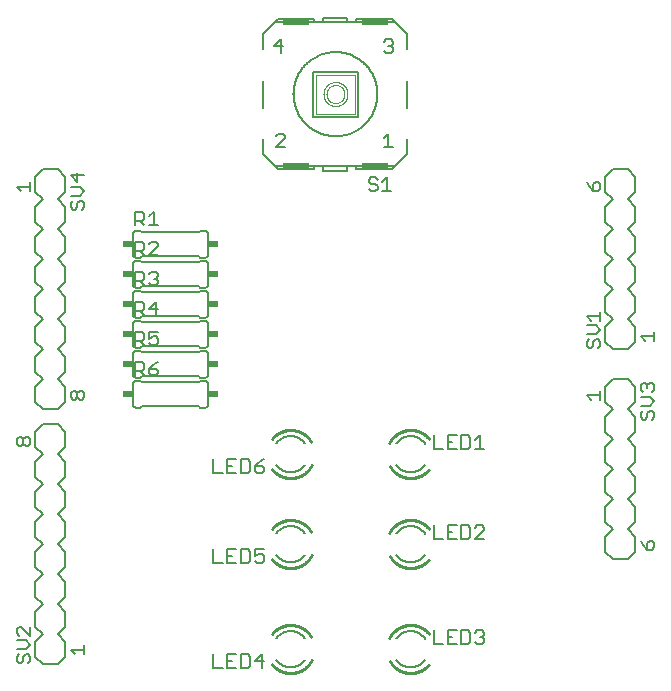
<source format=gto>
G75*
%MOIN*%
%OFA0B0*%
%FSLAX25Y25*%
%IPPOS*%
%LPD*%
%AMOC8*
5,1,8,0,0,1.08239X$1,22.5*
%
%ADD10C,0.00600*%
%ADD11C,0.00500*%
%ADD12R,0.03400X0.02400*%
%ADD13C,0.01000*%
%ADD14C,0.00200*%
%ADD15R,0.08500X0.02000*%
D10*
X0053500Y0111000D02*
X0051000Y0113500D01*
X0051000Y0118500D01*
X0053500Y0121000D01*
X0051000Y0123500D01*
X0051000Y0128500D01*
X0053500Y0131000D01*
X0051000Y0133500D01*
X0051000Y0138500D01*
X0053500Y0141000D01*
X0051000Y0143500D01*
X0051000Y0148500D01*
X0053500Y0151000D01*
X0051000Y0153500D01*
X0051000Y0158500D01*
X0053500Y0161000D01*
X0051000Y0163500D01*
X0051000Y0168500D01*
X0053500Y0171000D01*
X0051000Y0173500D01*
X0051000Y0178500D01*
X0053500Y0181000D01*
X0051000Y0183500D01*
X0051000Y0188500D01*
X0053500Y0191000D01*
X0058500Y0191000D01*
X0061000Y0188500D01*
X0061000Y0183500D01*
X0058500Y0181000D01*
X0061000Y0178500D01*
X0061000Y0173500D01*
X0058500Y0171000D01*
X0061000Y0168500D01*
X0061000Y0163500D01*
X0058500Y0161000D01*
X0061000Y0158500D01*
X0061000Y0153500D01*
X0058500Y0151000D01*
X0061000Y0148500D01*
X0061000Y0143500D01*
X0058500Y0141000D01*
X0061000Y0138500D01*
X0061000Y0133500D01*
X0058500Y0131000D01*
X0061000Y0128500D01*
X0061000Y0123500D01*
X0058500Y0121000D01*
X0061000Y0118500D01*
X0061000Y0113500D01*
X0058500Y0111000D01*
X0053500Y0111000D01*
X0136000Y0122000D02*
X0136152Y0121998D01*
X0136303Y0121992D01*
X0136454Y0121983D01*
X0136606Y0121969D01*
X0136756Y0121952D01*
X0136906Y0121931D01*
X0137056Y0121906D01*
X0137205Y0121878D01*
X0137353Y0121845D01*
X0137500Y0121809D01*
X0137647Y0121770D01*
X0137792Y0121726D01*
X0137936Y0121679D01*
X0138079Y0121628D01*
X0138220Y0121574D01*
X0138361Y0121516D01*
X0138499Y0121455D01*
X0138636Y0121390D01*
X0138772Y0121321D01*
X0138905Y0121250D01*
X0139037Y0121175D01*
X0139167Y0121096D01*
X0139294Y0121015D01*
X0139420Y0120930D01*
X0139544Y0120842D01*
X0139665Y0120751D01*
X0139784Y0120657D01*
X0139900Y0120559D01*
X0140014Y0120459D01*
X0140126Y0120357D01*
X0140234Y0120251D01*
X0140340Y0120143D01*
X0140444Y0120032D01*
X0140544Y0119918D01*
X0140642Y0119802D01*
X0140736Y0119683D01*
X0136000Y0110000D02*
X0135846Y0110002D01*
X0135692Y0110008D01*
X0135538Y0110018D01*
X0135384Y0110032D01*
X0135231Y0110049D01*
X0135079Y0110071D01*
X0134927Y0110097D01*
X0134775Y0110126D01*
X0134625Y0110160D01*
X0134475Y0110197D01*
X0134327Y0110238D01*
X0134179Y0110283D01*
X0134033Y0110332D01*
X0133888Y0110384D01*
X0133745Y0110440D01*
X0133602Y0110500D01*
X0133462Y0110563D01*
X0133323Y0110630D01*
X0133186Y0110701D01*
X0133051Y0110775D01*
X0132918Y0110852D01*
X0132786Y0110933D01*
X0132657Y0111017D01*
X0132530Y0111105D01*
X0132406Y0111196D01*
X0132284Y0111289D01*
X0132164Y0111387D01*
X0132047Y0111487D01*
X0131932Y0111590D01*
X0131820Y0111696D01*
X0131711Y0111804D01*
X0131605Y0111916D01*
X0131501Y0112030D01*
X0131401Y0112147D01*
X0131303Y0112266D01*
X0131209Y0112388D01*
X0131118Y0112513D01*
X0136000Y0110000D02*
X0136150Y0110002D01*
X0136301Y0110008D01*
X0136451Y0110017D01*
X0136600Y0110030D01*
X0136750Y0110047D01*
X0136899Y0110068D01*
X0137047Y0110092D01*
X0137195Y0110120D01*
X0137342Y0110152D01*
X0137488Y0110187D01*
X0137633Y0110227D01*
X0137777Y0110269D01*
X0137920Y0110316D01*
X0138062Y0110366D01*
X0138203Y0110419D01*
X0138342Y0110476D01*
X0138480Y0110536D01*
X0138616Y0110600D01*
X0138750Y0110667D01*
X0138883Y0110738D01*
X0139014Y0110812D01*
X0139143Y0110889D01*
X0139270Y0110970D01*
X0139395Y0111053D01*
X0139518Y0111140D01*
X0139639Y0111229D01*
X0139757Y0111322D01*
X0139873Y0111418D01*
X0139987Y0111516D01*
X0140098Y0111617D01*
X0140207Y0111722D01*
X0140312Y0111828D01*
X0140416Y0111938D01*
X0140516Y0112050D01*
X0140614Y0112164D01*
X0140708Y0112281D01*
X0140800Y0112400D01*
X0136000Y0122000D02*
X0135848Y0121998D01*
X0135697Y0121992D01*
X0135546Y0121983D01*
X0135394Y0121969D01*
X0135244Y0121952D01*
X0135094Y0121931D01*
X0134944Y0121906D01*
X0134795Y0121878D01*
X0134647Y0121845D01*
X0134500Y0121809D01*
X0134353Y0121770D01*
X0134208Y0121726D01*
X0134064Y0121679D01*
X0133921Y0121628D01*
X0133780Y0121574D01*
X0133639Y0121516D01*
X0133501Y0121455D01*
X0133364Y0121390D01*
X0133228Y0121321D01*
X0133095Y0121250D01*
X0132963Y0121175D01*
X0132833Y0121096D01*
X0132706Y0121015D01*
X0132580Y0120930D01*
X0132456Y0120842D01*
X0132335Y0120751D01*
X0132216Y0120657D01*
X0132100Y0120559D01*
X0131986Y0120459D01*
X0131874Y0120357D01*
X0131766Y0120251D01*
X0131660Y0120143D01*
X0131556Y0120032D01*
X0131456Y0119918D01*
X0131358Y0119802D01*
X0131264Y0119683D01*
X0176000Y0122000D02*
X0176154Y0121998D01*
X0176308Y0121992D01*
X0176462Y0121982D01*
X0176616Y0121968D01*
X0176769Y0121951D01*
X0176921Y0121929D01*
X0177073Y0121903D01*
X0177225Y0121874D01*
X0177375Y0121840D01*
X0177525Y0121803D01*
X0177673Y0121762D01*
X0177821Y0121717D01*
X0177967Y0121668D01*
X0178112Y0121616D01*
X0178255Y0121560D01*
X0178398Y0121500D01*
X0178538Y0121437D01*
X0178677Y0121370D01*
X0178814Y0121299D01*
X0178949Y0121225D01*
X0179082Y0121148D01*
X0179214Y0121067D01*
X0179343Y0120983D01*
X0179470Y0120895D01*
X0179594Y0120804D01*
X0179716Y0120711D01*
X0179836Y0120613D01*
X0179953Y0120513D01*
X0180068Y0120410D01*
X0180180Y0120304D01*
X0180289Y0120196D01*
X0180395Y0120084D01*
X0180499Y0119970D01*
X0180599Y0119853D01*
X0180697Y0119734D01*
X0180791Y0119612D01*
X0180882Y0119487D01*
X0176000Y0110000D02*
X0175848Y0110002D01*
X0175697Y0110008D01*
X0175546Y0110017D01*
X0175394Y0110031D01*
X0175244Y0110048D01*
X0175094Y0110069D01*
X0174944Y0110094D01*
X0174795Y0110122D01*
X0174647Y0110155D01*
X0174500Y0110191D01*
X0174353Y0110230D01*
X0174208Y0110274D01*
X0174064Y0110321D01*
X0173921Y0110372D01*
X0173780Y0110426D01*
X0173639Y0110484D01*
X0173501Y0110545D01*
X0173364Y0110610D01*
X0173228Y0110679D01*
X0173095Y0110750D01*
X0172963Y0110825D01*
X0172833Y0110904D01*
X0172706Y0110985D01*
X0172580Y0111070D01*
X0172456Y0111158D01*
X0172335Y0111249D01*
X0172216Y0111343D01*
X0172100Y0111441D01*
X0171986Y0111541D01*
X0171874Y0111643D01*
X0171766Y0111749D01*
X0171660Y0111857D01*
X0171556Y0111968D01*
X0171456Y0112082D01*
X0171358Y0112198D01*
X0171264Y0112317D01*
X0176000Y0110000D02*
X0176152Y0110002D01*
X0176303Y0110008D01*
X0176454Y0110017D01*
X0176606Y0110031D01*
X0176756Y0110048D01*
X0176906Y0110069D01*
X0177056Y0110094D01*
X0177205Y0110122D01*
X0177353Y0110155D01*
X0177500Y0110191D01*
X0177647Y0110230D01*
X0177792Y0110274D01*
X0177936Y0110321D01*
X0178079Y0110372D01*
X0178220Y0110426D01*
X0178361Y0110484D01*
X0178499Y0110545D01*
X0178636Y0110610D01*
X0178772Y0110679D01*
X0178905Y0110750D01*
X0179037Y0110825D01*
X0179167Y0110904D01*
X0179294Y0110985D01*
X0179420Y0111070D01*
X0179544Y0111158D01*
X0179665Y0111249D01*
X0179784Y0111343D01*
X0179900Y0111441D01*
X0180014Y0111541D01*
X0180126Y0111643D01*
X0180234Y0111749D01*
X0180340Y0111857D01*
X0180444Y0111968D01*
X0180544Y0112082D01*
X0180642Y0112198D01*
X0180736Y0112317D01*
X0176000Y0122000D02*
X0175850Y0121998D01*
X0175699Y0121992D01*
X0175549Y0121983D01*
X0175400Y0121970D01*
X0175250Y0121953D01*
X0175101Y0121932D01*
X0174953Y0121908D01*
X0174805Y0121880D01*
X0174658Y0121848D01*
X0174512Y0121813D01*
X0174367Y0121773D01*
X0174223Y0121731D01*
X0174080Y0121684D01*
X0173938Y0121634D01*
X0173797Y0121581D01*
X0173658Y0121524D01*
X0173520Y0121464D01*
X0173384Y0121400D01*
X0173250Y0121333D01*
X0173117Y0121262D01*
X0172986Y0121188D01*
X0172857Y0121111D01*
X0172730Y0121030D01*
X0172605Y0120947D01*
X0172482Y0120860D01*
X0172361Y0120771D01*
X0172243Y0120678D01*
X0172127Y0120582D01*
X0172013Y0120484D01*
X0171902Y0120383D01*
X0171793Y0120278D01*
X0171688Y0120172D01*
X0171584Y0120062D01*
X0171484Y0119950D01*
X0171386Y0119836D01*
X0171292Y0119719D01*
X0171200Y0119600D01*
X0180882Y0154487D02*
X0180791Y0154612D01*
X0180697Y0154734D01*
X0180599Y0154853D01*
X0180499Y0154970D01*
X0180395Y0155084D01*
X0180289Y0155196D01*
X0180180Y0155304D01*
X0180068Y0155410D01*
X0179953Y0155513D01*
X0179836Y0155613D01*
X0179716Y0155711D01*
X0179594Y0155804D01*
X0179470Y0155895D01*
X0179343Y0155983D01*
X0179214Y0156067D01*
X0179082Y0156148D01*
X0178949Y0156225D01*
X0178814Y0156299D01*
X0178677Y0156370D01*
X0178538Y0156437D01*
X0178398Y0156500D01*
X0178255Y0156560D01*
X0178112Y0156616D01*
X0177967Y0156668D01*
X0177821Y0156717D01*
X0177673Y0156762D01*
X0177525Y0156803D01*
X0177375Y0156840D01*
X0177225Y0156874D01*
X0177073Y0156903D01*
X0176921Y0156929D01*
X0176769Y0156951D01*
X0176616Y0156968D01*
X0176462Y0156982D01*
X0176308Y0156992D01*
X0176154Y0156998D01*
X0176000Y0157000D01*
X0171264Y0147317D02*
X0171358Y0147198D01*
X0171456Y0147082D01*
X0171556Y0146968D01*
X0171660Y0146857D01*
X0171766Y0146749D01*
X0171874Y0146643D01*
X0171986Y0146541D01*
X0172100Y0146441D01*
X0172216Y0146343D01*
X0172335Y0146249D01*
X0172456Y0146158D01*
X0172580Y0146070D01*
X0172706Y0145985D01*
X0172833Y0145904D01*
X0172963Y0145825D01*
X0173095Y0145750D01*
X0173228Y0145679D01*
X0173364Y0145610D01*
X0173501Y0145545D01*
X0173639Y0145484D01*
X0173780Y0145426D01*
X0173921Y0145372D01*
X0174064Y0145321D01*
X0174208Y0145274D01*
X0174353Y0145230D01*
X0174500Y0145191D01*
X0174647Y0145155D01*
X0174795Y0145122D01*
X0174944Y0145094D01*
X0175094Y0145069D01*
X0175244Y0145048D01*
X0175394Y0145031D01*
X0175546Y0145017D01*
X0175697Y0145008D01*
X0175848Y0145002D01*
X0176000Y0145000D01*
X0171200Y0154600D02*
X0171292Y0154719D01*
X0171386Y0154836D01*
X0171484Y0154950D01*
X0171584Y0155062D01*
X0171688Y0155172D01*
X0171793Y0155278D01*
X0171902Y0155383D01*
X0172013Y0155484D01*
X0172127Y0155582D01*
X0172243Y0155678D01*
X0172361Y0155771D01*
X0172482Y0155860D01*
X0172605Y0155947D01*
X0172730Y0156030D01*
X0172857Y0156111D01*
X0172986Y0156188D01*
X0173117Y0156262D01*
X0173250Y0156333D01*
X0173384Y0156400D01*
X0173520Y0156464D01*
X0173658Y0156524D01*
X0173797Y0156581D01*
X0173938Y0156634D01*
X0174080Y0156684D01*
X0174223Y0156731D01*
X0174367Y0156773D01*
X0174512Y0156813D01*
X0174658Y0156848D01*
X0174805Y0156880D01*
X0174953Y0156908D01*
X0175101Y0156932D01*
X0175250Y0156953D01*
X0175400Y0156970D01*
X0175549Y0156983D01*
X0175699Y0156992D01*
X0175850Y0156998D01*
X0176000Y0157000D01*
X0180736Y0147317D02*
X0180642Y0147198D01*
X0180544Y0147082D01*
X0180444Y0146968D01*
X0180340Y0146857D01*
X0180234Y0146749D01*
X0180126Y0146643D01*
X0180014Y0146541D01*
X0179900Y0146441D01*
X0179784Y0146343D01*
X0179665Y0146249D01*
X0179544Y0146158D01*
X0179420Y0146070D01*
X0179294Y0145985D01*
X0179167Y0145904D01*
X0179037Y0145825D01*
X0178905Y0145750D01*
X0178772Y0145679D01*
X0178636Y0145610D01*
X0178499Y0145545D01*
X0178361Y0145484D01*
X0178220Y0145426D01*
X0178079Y0145372D01*
X0177936Y0145321D01*
X0177792Y0145274D01*
X0177647Y0145230D01*
X0177500Y0145191D01*
X0177353Y0145155D01*
X0177205Y0145122D01*
X0177056Y0145094D01*
X0176906Y0145069D01*
X0176756Y0145048D01*
X0176606Y0145031D01*
X0176454Y0145017D01*
X0176303Y0145008D01*
X0176152Y0145002D01*
X0176000Y0145000D01*
X0136000Y0145000D02*
X0135846Y0145002D01*
X0135692Y0145008D01*
X0135538Y0145018D01*
X0135384Y0145032D01*
X0135231Y0145049D01*
X0135079Y0145071D01*
X0134927Y0145097D01*
X0134775Y0145126D01*
X0134625Y0145160D01*
X0134475Y0145197D01*
X0134327Y0145238D01*
X0134179Y0145283D01*
X0134033Y0145332D01*
X0133888Y0145384D01*
X0133745Y0145440D01*
X0133602Y0145500D01*
X0133462Y0145563D01*
X0133323Y0145630D01*
X0133186Y0145701D01*
X0133051Y0145775D01*
X0132918Y0145852D01*
X0132786Y0145933D01*
X0132657Y0146017D01*
X0132530Y0146105D01*
X0132406Y0146196D01*
X0132284Y0146289D01*
X0132164Y0146387D01*
X0132047Y0146487D01*
X0131932Y0146590D01*
X0131820Y0146696D01*
X0131711Y0146804D01*
X0131605Y0146916D01*
X0131501Y0147030D01*
X0131401Y0147147D01*
X0131303Y0147266D01*
X0131209Y0147388D01*
X0131118Y0147513D01*
X0136000Y0157000D02*
X0136152Y0156998D01*
X0136303Y0156992D01*
X0136454Y0156983D01*
X0136606Y0156969D01*
X0136756Y0156952D01*
X0136906Y0156931D01*
X0137056Y0156906D01*
X0137205Y0156878D01*
X0137353Y0156845D01*
X0137500Y0156809D01*
X0137647Y0156770D01*
X0137792Y0156726D01*
X0137936Y0156679D01*
X0138079Y0156628D01*
X0138220Y0156574D01*
X0138361Y0156516D01*
X0138499Y0156455D01*
X0138636Y0156390D01*
X0138772Y0156321D01*
X0138905Y0156250D01*
X0139037Y0156175D01*
X0139167Y0156096D01*
X0139294Y0156015D01*
X0139420Y0155930D01*
X0139544Y0155842D01*
X0139665Y0155751D01*
X0139784Y0155657D01*
X0139900Y0155559D01*
X0140014Y0155459D01*
X0140126Y0155357D01*
X0140234Y0155251D01*
X0140340Y0155143D01*
X0140444Y0155032D01*
X0140544Y0154918D01*
X0140642Y0154802D01*
X0140736Y0154683D01*
X0136000Y0157000D02*
X0135848Y0156998D01*
X0135697Y0156992D01*
X0135546Y0156983D01*
X0135394Y0156969D01*
X0135244Y0156952D01*
X0135094Y0156931D01*
X0134944Y0156906D01*
X0134795Y0156878D01*
X0134647Y0156845D01*
X0134500Y0156809D01*
X0134353Y0156770D01*
X0134208Y0156726D01*
X0134064Y0156679D01*
X0133921Y0156628D01*
X0133780Y0156574D01*
X0133639Y0156516D01*
X0133501Y0156455D01*
X0133364Y0156390D01*
X0133228Y0156321D01*
X0133095Y0156250D01*
X0132963Y0156175D01*
X0132833Y0156096D01*
X0132706Y0156015D01*
X0132580Y0155930D01*
X0132456Y0155842D01*
X0132335Y0155751D01*
X0132216Y0155657D01*
X0132100Y0155559D01*
X0131986Y0155459D01*
X0131874Y0155357D01*
X0131766Y0155251D01*
X0131660Y0155143D01*
X0131556Y0155032D01*
X0131456Y0154918D01*
X0131358Y0154802D01*
X0131264Y0154683D01*
X0136000Y0145000D02*
X0136150Y0145002D01*
X0136301Y0145008D01*
X0136451Y0145017D01*
X0136600Y0145030D01*
X0136750Y0145047D01*
X0136899Y0145068D01*
X0137047Y0145092D01*
X0137195Y0145120D01*
X0137342Y0145152D01*
X0137488Y0145187D01*
X0137633Y0145227D01*
X0137777Y0145269D01*
X0137920Y0145316D01*
X0138062Y0145366D01*
X0138203Y0145419D01*
X0138342Y0145476D01*
X0138480Y0145536D01*
X0138616Y0145600D01*
X0138750Y0145667D01*
X0138883Y0145738D01*
X0139014Y0145812D01*
X0139143Y0145889D01*
X0139270Y0145970D01*
X0139395Y0146053D01*
X0139518Y0146140D01*
X0139639Y0146229D01*
X0139757Y0146322D01*
X0139873Y0146418D01*
X0139987Y0146516D01*
X0140098Y0146617D01*
X0140207Y0146722D01*
X0140312Y0146828D01*
X0140416Y0146938D01*
X0140516Y0147050D01*
X0140614Y0147164D01*
X0140708Y0147281D01*
X0140800Y0147400D01*
X0131264Y0184683D02*
X0131358Y0184802D01*
X0131456Y0184918D01*
X0131556Y0185032D01*
X0131660Y0185143D01*
X0131766Y0185251D01*
X0131874Y0185357D01*
X0131986Y0185459D01*
X0132100Y0185559D01*
X0132216Y0185657D01*
X0132335Y0185751D01*
X0132456Y0185842D01*
X0132580Y0185930D01*
X0132706Y0186015D01*
X0132833Y0186096D01*
X0132963Y0186175D01*
X0133095Y0186250D01*
X0133228Y0186321D01*
X0133364Y0186390D01*
X0133501Y0186455D01*
X0133639Y0186516D01*
X0133780Y0186574D01*
X0133921Y0186628D01*
X0134064Y0186679D01*
X0134208Y0186726D01*
X0134353Y0186770D01*
X0134500Y0186809D01*
X0134647Y0186845D01*
X0134795Y0186878D01*
X0134944Y0186906D01*
X0135094Y0186931D01*
X0135244Y0186952D01*
X0135394Y0186969D01*
X0135546Y0186983D01*
X0135697Y0186992D01*
X0135848Y0186998D01*
X0136000Y0187000D01*
X0140800Y0177400D02*
X0140708Y0177281D01*
X0140614Y0177164D01*
X0140516Y0177050D01*
X0140416Y0176938D01*
X0140312Y0176828D01*
X0140207Y0176722D01*
X0140098Y0176617D01*
X0139987Y0176516D01*
X0139873Y0176418D01*
X0139757Y0176322D01*
X0139639Y0176229D01*
X0139518Y0176140D01*
X0139395Y0176053D01*
X0139270Y0175970D01*
X0139143Y0175889D01*
X0139014Y0175812D01*
X0138883Y0175738D01*
X0138750Y0175667D01*
X0138616Y0175600D01*
X0138480Y0175536D01*
X0138342Y0175476D01*
X0138203Y0175419D01*
X0138062Y0175366D01*
X0137920Y0175316D01*
X0137777Y0175269D01*
X0137633Y0175227D01*
X0137488Y0175187D01*
X0137342Y0175152D01*
X0137195Y0175120D01*
X0137047Y0175092D01*
X0136899Y0175068D01*
X0136750Y0175047D01*
X0136600Y0175030D01*
X0136451Y0175017D01*
X0136301Y0175008D01*
X0136150Y0175002D01*
X0136000Y0175000D01*
X0140736Y0184683D02*
X0140642Y0184802D01*
X0140544Y0184918D01*
X0140444Y0185032D01*
X0140340Y0185143D01*
X0140234Y0185251D01*
X0140126Y0185357D01*
X0140014Y0185459D01*
X0139900Y0185559D01*
X0139784Y0185657D01*
X0139665Y0185751D01*
X0139544Y0185842D01*
X0139420Y0185930D01*
X0139294Y0186015D01*
X0139167Y0186096D01*
X0139037Y0186175D01*
X0138905Y0186250D01*
X0138772Y0186321D01*
X0138636Y0186390D01*
X0138499Y0186455D01*
X0138361Y0186516D01*
X0138220Y0186574D01*
X0138079Y0186628D01*
X0137936Y0186679D01*
X0137792Y0186726D01*
X0137647Y0186770D01*
X0137500Y0186809D01*
X0137353Y0186845D01*
X0137205Y0186878D01*
X0137056Y0186906D01*
X0136906Y0186931D01*
X0136756Y0186952D01*
X0136606Y0186969D01*
X0136454Y0186983D01*
X0136303Y0186992D01*
X0136152Y0186998D01*
X0136000Y0187000D01*
X0131118Y0177513D02*
X0131209Y0177388D01*
X0131303Y0177266D01*
X0131401Y0177147D01*
X0131501Y0177030D01*
X0131605Y0176916D01*
X0131711Y0176804D01*
X0131820Y0176696D01*
X0131932Y0176590D01*
X0132047Y0176487D01*
X0132164Y0176387D01*
X0132284Y0176289D01*
X0132406Y0176196D01*
X0132530Y0176105D01*
X0132657Y0176017D01*
X0132786Y0175933D01*
X0132918Y0175852D01*
X0133051Y0175775D01*
X0133186Y0175701D01*
X0133323Y0175630D01*
X0133462Y0175563D01*
X0133602Y0175500D01*
X0133745Y0175440D01*
X0133888Y0175384D01*
X0134033Y0175332D01*
X0134179Y0175283D01*
X0134327Y0175238D01*
X0134475Y0175197D01*
X0134625Y0175160D01*
X0134775Y0175126D01*
X0134927Y0175097D01*
X0135079Y0175071D01*
X0135231Y0175049D01*
X0135384Y0175032D01*
X0135538Y0175018D01*
X0135692Y0175008D01*
X0135846Y0175002D01*
X0136000Y0175000D01*
X0108500Y0197500D02*
X0108500Y0204500D01*
X0108498Y0204560D01*
X0108493Y0204621D01*
X0108484Y0204680D01*
X0108471Y0204739D01*
X0108455Y0204798D01*
X0108435Y0204855D01*
X0108412Y0204910D01*
X0108385Y0204965D01*
X0108356Y0205017D01*
X0108323Y0205068D01*
X0108287Y0205117D01*
X0108249Y0205163D01*
X0108207Y0205207D01*
X0108163Y0205249D01*
X0108117Y0205287D01*
X0108068Y0205323D01*
X0108017Y0205356D01*
X0107965Y0205385D01*
X0107910Y0205412D01*
X0107855Y0205435D01*
X0107798Y0205455D01*
X0107739Y0205471D01*
X0107680Y0205484D01*
X0107621Y0205493D01*
X0107560Y0205498D01*
X0107500Y0205500D01*
X0106000Y0205500D01*
X0105500Y0205000D01*
X0086500Y0205000D01*
X0086000Y0205500D01*
X0084500Y0205500D01*
X0084440Y0205498D01*
X0084379Y0205493D01*
X0084320Y0205484D01*
X0084261Y0205471D01*
X0084202Y0205455D01*
X0084145Y0205435D01*
X0084090Y0205412D01*
X0084035Y0205385D01*
X0083983Y0205356D01*
X0083932Y0205323D01*
X0083883Y0205287D01*
X0083837Y0205249D01*
X0083793Y0205207D01*
X0083751Y0205163D01*
X0083713Y0205117D01*
X0083677Y0205068D01*
X0083644Y0205017D01*
X0083615Y0204965D01*
X0083588Y0204910D01*
X0083565Y0204855D01*
X0083545Y0204798D01*
X0083529Y0204739D01*
X0083516Y0204680D01*
X0083507Y0204621D01*
X0083502Y0204560D01*
X0083500Y0204500D01*
X0083500Y0197500D01*
X0083502Y0197440D01*
X0083507Y0197379D01*
X0083516Y0197320D01*
X0083529Y0197261D01*
X0083545Y0197202D01*
X0083565Y0197145D01*
X0083588Y0197090D01*
X0083615Y0197035D01*
X0083644Y0196983D01*
X0083677Y0196932D01*
X0083713Y0196883D01*
X0083751Y0196837D01*
X0083793Y0196793D01*
X0083837Y0196751D01*
X0083883Y0196713D01*
X0083932Y0196677D01*
X0083983Y0196644D01*
X0084035Y0196615D01*
X0084090Y0196588D01*
X0084145Y0196565D01*
X0084202Y0196545D01*
X0084261Y0196529D01*
X0084320Y0196516D01*
X0084379Y0196507D01*
X0084440Y0196502D01*
X0084500Y0196500D01*
X0086000Y0196500D01*
X0086500Y0197000D01*
X0105500Y0197000D01*
X0106000Y0196500D01*
X0107500Y0196500D01*
X0107560Y0196502D01*
X0107621Y0196507D01*
X0107680Y0196516D01*
X0107739Y0196529D01*
X0107798Y0196545D01*
X0107855Y0196565D01*
X0107910Y0196588D01*
X0107965Y0196615D01*
X0108017Y0196644D01*
X0108068Y0196677D01*
X0108117Y0196713D01*
X0108163Y0196751D01*
X0108207Y0196793D01*
X0108249Y0196837D01*
X0108287Y0196883D01*
X0108323Y0196932D01*
X0108356Y0196983D01*
X0108385Y0197035D01*
X0108412Y0197090D01*
X0108435Y0197145D01*
X0108455Y0197202D01*
X0108471Y0197261D01*
X0108484Y0197320D01*
X0108493Y0197379D01*
X0108498Y0197440D01*
X0108500Y0197500D01*
X0107500Y0206500D02*
X0106000Y0206500D01*
X0105500Y0207000D01*
X0086500Y0207000D01*
X0086000Y0206500D01*
X0084500Y0206500D01*
X0084440Y0206502D01*
X0084379Y0206507D01*
X0084320Y0206516D01*
X0084261Y0206529D01*
X0084202Y0206545D01*
X0084145Y0206565D01*
X0084090Y0206588D01*
X0084035Y0206615D01*
X0083983Y0206644D01*
X0083932Y0206677D01*
X0083883Y0206713D01*
X0083837Y0206751D01*
X0083793Y0206793D01*
X0083751Y0206837D01*
X0083713Y0206883D01*
X0083677Y0206932D01*
X0083644Y0206983D01*
X0083615Y0207035D01*
X0083588Y0207090D01*
X0083565Y0207145D01*
X0083545Y0207202D01*
X0083529Y0207261D01*
X0083516Y0207320D01*
X0083507Y0207379D01*
X0083502Y0207440D01*
X0083500Y0207500D01*
X0083500Y0214500D01*
X0083502Y0214560D01*
X0083507Y0214621D01*
X0083516Y0214680D01*
X0083529Y0214739D01*
X0083545Y0214798D01*
X0083565Y0214855D01*
X0083588Y0214910D01*
X0083615Y0214965D01*
X0083644Y0215017D01*
X0083677Y0215068D01*
X0083713Y0215117D01*
X0083751Y0215163D01*
X0083793Y0215207D01*
X0083837Y0215249D01*
X0083883Y0215287D01*
X0083932Y0215323D01*
X0083983Y0215356D01*
X0084035Y0215385D01*
X0084090Y0215412D01*
X0084145Y0215435D01*
X0084202Y0215455D01*
X0084261Y0215471D01*
X0084320Y0215484D01*
X0084379Y0215493D01*
X0084440Y0215498D01*
X0084500Y0215500D01*
X0086000Y0215500D01*
X0086500Y0215000D01*
X0105500Y0215000D01*
X0106000Y0215500D01*
X0107500Y0215500D01*
X0107560Y0215498D01*
X0107621Y0215493D01*
X0107680Y0215484D01*
X0107739Y0215471D01*
X0107798Y0215455D01*
X0107855Y0215435D01*
X0107910Y0215412D01*
X0107965Y0215385D01*
X0108017Y0215356D01*
X0108068Y0215323D01*
X0108117Y0215287D01*
X0108163Y0215249D01*
X0108207Y0215207D01*
X0108249Y0215163D01*
X0108287Y0215117D01*
X0108323Y0215068D01*
X0108356Y0215017D01*
X0108385Y0214965D01*
X0108412Y0214910D01*
X0108435Y0214855D01*
X0108455Y0214798D01*
X0108471Y0214739D01*
X0108484Y0214680D01*
X0108493Y0214621D01*
X0108498Y0214560D01*
X0108500Y0214500D01*
X0108500Y0207500D01*
X0108498Y0207440D01*
X0108493Y0207379D01*
X0108484Y0207320D01*
X0108471Y0207261D01*
X0108455Y0207202D01*
X0108435Y0207145D01*
X0108412Y0207090D01*
X0108385Y0207035D01*
X0108356Y0206983D01*
X0108323Y0206932D01*
X0108287Y0206883D01*
X0108249Y0206837D01*
X0108207Y0206793D01*
X0108163Y0206751D01*
X0108117Y0206713D01*
X0108068Y0206677D01*
X0108017Y0206644D01*
X0107965Y0206615D01*
X0107910Y0206588D01*
X0107855Y0206565D01*
X0107798Y0206545D01*
X0107739Y0206529D01*
X0107680Y0206516D01*
X0107621Y0206507D01*
X0107560Y0206502D01*
X0107500Y0206500D01*
X0107500Y0216500D02*
X0106000Y0216500D01*
X0105500Y0217000D01*
X0086500Y0217000D01*
X0086000Y0216500D01*
X0084500Y0216500D01*
X0084440Y0216502D01*
X0084379Y0216507D01*
X0084320Y0216516D01*
X0084261Y0216529D01*
X0084202Y0216545D01*
X0084145Y0216565D01*
X0084090Y0216588D01*
X0084035Y0216615D01*
X0083983Y0216644D01*
X0083932Y0216677D01*
X0083883Y0216713D01*
X0083837Y0216751D01*
X0083793Y0216793D01*
X0083751Y0216837D01*
X0083713Y0216883D01*
X0083677Y0216932D01*
X0083644Y0216983D01*
X0083615Y0217035D01*
X0083588Y0217090D01*
X0083565Y0217145D01*
X0083545Y0217202D01*
X0083529Y0217261D01*
X0083516Y0217320D01*
X0083507Y0217379D01*
X0083502Y0217440D01*
X0083500Y0217500D01*
X0083500Y0224500D01*
X0083502Y0224560D01*
X0083507Y0224621D01*
X0083516Y0224680D01*
X0083529Y0224739D01*
X0083545Y0224798D01*
X0083565Y0224855D01*
X0083588Y0224910D01*
X0083615Y0224965D01*
X0083644Y0225017D01*
X0083677Y0225068D01*
X0083713Y0225117D01*
X0083751Y0225163D01*
X0083793Y0225207D01*
X0083837Y0225249D01*
X0083883Y0225287D01*
X0083932Y0225323D01*
X0083983Y0225356D01*
X0084035Y0225385D01*
X0084090Y0225412D01*
X0084145Y0225435D01*
X0084202Y0225455D01*
X0084261Y0225471D01*
X0084320Y0225484D01*
X0084379Y0225493D01*
X0084440Y0225498D01*
X0084500Y0225500D01*
X0086000Y0225500D01*
X0086500Y0225000D01*
X0105500Y0225000D01*
X0106000Y0225500D01*
X0107500Y0225500D01*
X0107560Y0225498D01*
X0107621Y0225493D01*
X0107680Y0225484D01*
X0107739Y0225471D01*
X0107798Y0225455D01*
X0107855Y0225435D01*
X0107910Y0225412D01*
X0107965Y0225385D01*
X0108017Y0225356D01*
X0108068Y0225323D01*
X0108117Y0225287D01*
X0108163Y0225249D01*
X0108207Y0225207D01*
X0108249Y0225163D01*
X0108287Y0225117D01*
X0108323Y0225068D01*
X0108356Y0225017D01*
X0108385Y0224965D01*
X0108412Y0224910D01*
X0108435Y0224855D01*
X0108455Y0224798D01*
X0108471Y0224739D01*
X0108484Y0224680D01*
X0108493Y0224621D01*
X0108498Y0224560D01*
X0108500Y0224500D01*
X0108500Y0217500D01*
X0108498Y0217440D01*
X0108493Y0217379D01*
X0108484Y0217320D01*
X0108471Y0217261D01*
X0108455Y0217202D01*
X0108435Y0217145D01*
X0108412Y0217090D01*
X0108385Y0217035D01*
X0108356Y0216983D01*
X0108323Y0216932D01*
X0108287Y0216883D01*
X0108249Y0216837D01*
X0108207Y0216793D01*
X0108163Y0216751D01*
X0108117Y0216713D01*
X0108068Y0216677D01*
X0108017Y0216644D01*
X0107965Y0216615D01*
X0107910Y0216588D01*
X0107855Y0216565D01*
X0107798Y0216545D01*
X0107739Y0216529D01*
X0107680Y0216516D01*
X0107621Y0216507D01*
X0107560Y0216502D01*
X0107500Y0216500D01*
X0107500Y0226500D02*
X0106000Y0226500D01*
X0105500Y0227000D01*
X0086500Y0227000D01*
X0086000Y0226500D01*
X0084500Y0226500D01*
X0084440Y0226502D01*
X0084379Y0226507D01*
X0084320Y0226516D01*
X0084261Y0226529D01*
X0084202Y0226545D01*
X0084145Y0226565D01*
X0084090Y0226588D01*
X0084035Y0226615D01*
X0083983Y0226644D01*
X0083932Y0226677D01*
X0083883Y0226713D01*
X0083837Y0226751D01*
X0083793Y0226793D01*
X0083751Y0226837D01*
X0083713Y0226883D01*
X0083677Y0226932D01*
X0083644Y0226983D01*
X0083615Y0227035D01*
X0083588Y0227090D01*
X0083565Y0227145D01*
X0083545Y0227202D01*
X0083529Y0227261D01*
X0083516Y0227320D01*
X0083507Y0227379D01*
X0083502Y0227440D01*
X0083500Y0227500D01*
X0083500Y0234500D01*
X0083502Y0234560D01*
X0083507Y0234621D01*
X0083516Y0234680D01*
X0083529Y0234739D01*
X0083545Y0234798D01*
X0083565Y0234855D01*
X0083588Y0234910D01*
X0083615Y0234965D01*
X0083644Y0235017D01*
X0083677Y0235068D01*
X0083713Y0235117D01*
X0083751Y0235163D01*
X0083793Y0235207D01*
X0083837Y0235249D01*
X0083883Y0235287D01*
X0083932Y0235323D01*
X0083983Y0235356D01*
X0084035Y0235385D01*
X0084090Y0235412D01*
X0084145Y0235435D01*
X0084202Y0235455D01*
X0084261Y0235471D01*
X0084320Y0235484D01*
X0084379Y0235493D01*
X0084440Y0235498D01*
X0084500Y0235500D01*
X0086000Y0235500D01*
X0086500Y0235000D01*
X0105500Y0235000D01*
X0106000Y0235500D01*
X0107500Y0235500D01*
X0107560Y0235498D01*
X0107621Y0235493D01*
X0107680Y0235484D01*
X0107739Y0235471D01*
X0107798Y0235455D01*
X0107855Y0235435D01*
X0107910Y0235412D01*
X0107965Y0235385D01*
X0108017Y0235356D01*
X0108068Y0235323D01*
X0108117Y0235287D01*
X0108163Y0235249D01*
X0108207Y0235207D01*
X0108249Y0235163D01*
X0108287Y0235117D01*
X0108323Y0235068D01*
X0108356Y0235017D01*
X0108385Y0234965D01*
X0108412Y0234910D01*
X0108435Y0234855D01*
X0108455Y0234798D01*
X0108471Y0234739D01*
X0108484Y0234680D01*
X0108493Y0234621D01*
X0108498Y0234560D01*
X0108500Y0234500D01*
X0108500Y0227500D01*
X0108498Y0227440D01*
X0108493Y0227379D01*
X0108484Y0227320D01*
X0108471Y0227261D01*
X0108455Y0227202D01*
X0108435Y0227145D01*
X0108412Y0227090D01*
X0108385Y0227035D01*
X0108356Y0226983D01*
X0108323Y0226932D01*
X0108287Y0226883D01*
X0108249Y0226837D01*
X0108207Y0226793D01*
X0108163Y0226751D01*
X0108117Y0226713D01*
X0108068Y0226677D01*
X0108017Y0226644D01*
X0107965Y0226615D01*
X0107910Y0226588D01*
X0107855Y0226565D01*
X0107798Y0226545D01*
X0107739Y0226529D01*
X0107680Y0226516D01*
X0107621Y0226507D01*
X0107560Y0226502D01*
X0107500Y0226500D01*
X0107500Y0236500D02*
X0106000Y0236500D01*
X0105500Y0237000D01*
X0086500Y0237000D01*
X0086000Y0236500D01*
X0084500Y0236500D01*
X0084440Y0236502D01*
X0084379Y0236507D01*
X0084320Y0236516D01*
X0084261Y0236529D01*
X0084202Y0236545D01*
X0084145Y0236565D01*
X0084090Y0236588D01*
X0084035Y0236615D01*
X0083983Y0236644D01*
X0083932Y0236677D01*
X0083883Y0236713D01*
X0083837Y0236751D01*
X0083793Y0236793D01*
X0083751Y0236837D01*
X0083713Y0236883D01*
X0083677Y0236932D01*
X0083644Y0236983D01*
X0083615Y0237035D01*
X0083588Y0237090D01*
X0083565Y0237145D01*
X0083545Y0237202D01*
X0083529Y0237261D01*
X0083516Y0237320D01*
X0083507Y0237379D01*
X0083502Y0237440D01*
X0083500Y0237500D01*
X0083500Y0244500D01*
X0083502Y0244560D01*
X0083507Y0244621D01*
X0083516Y0244680D01*
X0083529Y0244739D01*
X0083545Y0244798D01*
X0083565Y0244855D01*
X0083588Y0244910D01*
X0083615Y0244965D01*
X0083644Y0245017D01*
X0083677Y0245068D01*
X0083713Y0245117D01*
X0083751Y0245163D01*
X0083793Y0245207D01*
X0083837Y0245249D01*
X0083883Y0245287D01*
X0083932Y0245323D01*
X0083983Y0245356D01*
X0084035Y0245385D01*
X0084090Y0245412D01*
X0084145Y0245435D01*
X0084202Y0245455D01*
X0084261Y0245471D01*
X0084320Y0245484D01*
X0084379Y0245493D01*
X0084440Y0245498D01*
X0084500Y0245500D01*
X0086000Y0245500D01*
X0086500Y0245000D01*
X0105500Y0245000D01*
X0106000Y0245500D01*
X0107500Y0245500D01*
X0107500Y0246500D02*
X0106000Y0246500D01*
X0105500Y0247000D01*
X0086500Y0247000D01*
X0086000Y0246500D01*
X0084500Y0246500D01*
X0084440Y0246502D01*
X0084379Y0246507D01*
X0084320Y0246516D01*
X0084261Y0246529D01*
X0084202Y0246545D01*
X0084145Y0246565D01*
X0084090Y0246588D01*
X0084035Y0246615D01*
X0083983Y0246644D01*
X0083932Y0246677D01*
X0083883Y0246713D01*
X0083837Y0246751D01*
X0083793Y0246793D01*
X0083751Y0246837D01*
X0083713Y0246883D01*
X0083677Y0246932D01*
X0083644Y0246983D01*
X0083615Y0247035D01*
X0083588Y0247090D01*
X0083565Y0247145D01*
X0083545Y0247202D01*
X0083529Y0247261D01*
X0083516Y0247320D01*
X0083507Y0247379D01*
X0083502Y0247440D01*
X0083500Y0247500D01*
X0083500Y0254500D01*
X0083502Y0254560D01*
X0083507Y0254621D01*
X0083516Y0254680D01*
X0083529Y0254739D01*
X0083545Y0254798D01*
X0083565Y0254855D01*
X0083588Y0254910D01*
X0083615Y0254965D01*
X0083644Y0255017D01*
X0083677Y0255068D01*
X0083713Y0255117D01*
X0083751Y0255163D01*
X0083793Y0255207D01*
X0083837Y0255249D01*
X0083883Y0255287D01*
X0083932Y0255323D01*
X0083983Y0255356D01*
X0084035Y0255385D01*
X0084090Y0255412D01*
X0084145Y0255435D01*
X0084202Y0255455D01*
X0084261Y0255471D01*
X0084320Y0255484D01*
X0084379Y0255493D01*
X0084440Y0255498D01*
X0084500Y0255500D01*
X0086000Y0255500D01*
X0086500Y0255000D01*
X0105500Y0255000D01*
X0106000Y0255500D01*
X0107500Y0255500D01*
X0107560Y0255498D01*
X0107621Y0255493D01*
X0107680Y0255484D01*
X0107739Y0255471D01*
X0107798Y0255455D01*
X0107855Y0255435D01*
X0107910Y0255412D01*
X0107965Y0255385D01*
X0108017Y0255356D01*
X0108068Y0255323D01*
X0108117Y0255287D01*
X0108163Y0255249D01*
X0108207Y0255207D01*
X0108249Y0255163D01*
X0108287Y0255117D01*
X0108323Y0255068D01*
X0108356Y0255017D01*
X0108385Y0254965D01*
X0108412Y0254910D01*
X0108435Y0254855D01*
X0108455Y0254798D01*
X0108471Y0254739D01*
X0108484Y0254680D01*
X0108493Y0254621D01*
X0108498Y0254560D01*
X0108500Y0254500D01*
X0108500Y0247500D01*
X0108498Y0247440D01*
X0108493Y0247379D01*
X0108484Y0247320D01*
X0108471Y0247261D01*
X0108455Y0247202D01*
X0108435Y0247145D01*
X0108412Y0247090D01*
X0108385Y0247035D01*
X0108356Y0246983D01*
X0108323Y0246932D01*
X0108287Y0246883D01*
X0108249Y0246837D01*
X0108207Y0246793D01*
X0108163Y0246751D01*
X0108117Y0246713D01*
X0108068Y0246677D01*
X0108017Y0246644D01*
X0107965Y0246615D01*
X0107910Y0246588D01*
X0107855Y0246565D01*
X0107798Y0246545D01*
X0107739Y0246529D01*
X0107680Y0246516D01*
X0107621Y0246507D01*
X0107560Y0246502D01*
X0107500Y0246500D01*
X0107500Y0245500D02*
X0107560Y0245498D01*
X0107621Y0245493D01*
X0107680Y0245484D01*
X0107739Y0245471D01*
X0107798Y0245455D01*
X0107855Y0245435D01*
X0107910Y0245412D01*
X0107965Y0245385D01*
X0108017Y0245356D01*
X0108068Y0245323D01*
X0108117Y0245287D01*
X0108163Y0245249D01*
X0108207Y0245207D01*
X0108249Y0245163D01*
X0108287Y0245117D01*
X0108323Y0245068D01*
X0108356Y0245017D01*
X0108385Y0244965D01*
X0108412Y0244910D01*
X0108435Y0244855D01*
X0108455Y0244798D01*
X0108471Y0244739D01*
X0108484Y0244680D01*
X0108493Y0244621D01*
X0108498Y0244560D01*
X0108500Y0244500D01*
X0108500Y0237500D01*
X0108498Y0237440D01*
X0108493Y0237379D01*
X0108484Y0237320D01*
X0108471Y0237261D01*
X0108455Y0237202D01*
X0108435Y0237145D01*
X0108412Y0237090D01*
X0108385Y0237035D01*
X0108356Y0236983D01*
X0108323Y0236932D01*
X0108287Y0236883D01*
X0108249Y0236837D01*
X0108207Y0236793D01*
X0108163Y0236751D01*
X0108117Y0236713D01*
X0108068Y0236677D01*
X0108017Y0236644D01*
X0107965Y0236615D01*
X0107910Y0236588D01*
X0107855Y0236565D01*
X0107798Y0236545D01*
X0107739Y0236529D01*
X0107680Y0236516D01*
X0107621Y0236507D01*
X0107560Y0236502D01*
X0107500Y0236500D01*
X0061000Y0238500D02*
X0058500Y0236000D01*
X0061000Y0233500D01*
X0061000Y0228500D01*
X0058500Y0226000D01*
X0061000Y0223500D01*
X0061000Y0218500D01*
X0058500Y0216000D01*
X0061000Y0213500D01*
X0061000Y0208500D01*
X0058500Y0206000D01*
X0061000Y0203500D01*
X0061000Y0198500D01*
X0058500Y0196000D01*
X0053500Y0196000D01*
X0051000Y0198500D01*
X0051000Y0203500D01*
X0053500Y0206000D01*
X0051000Y0208500D01*
X0051000Y0213500D01*
X0053500Y0216000D01*
X0051000Y0218500D01*
X0051000Y0223500D01*
X0053500Y0226000D01*
X0051000Y0228500D01*
X0051000Y0233500D01*
X0053500Y0236000D01*
X0051000Y0238500D01*
X0051000Y0243500D01*
X0053500Y0246000D01*
X0051000Y0248500D01*
X0051000Y0253500D01*
X0053500Y0256000D01*
X0051000Y0258500D01*
X0051000Y0263500D01*
X0053500Y0266000D01*
X0051000Y0268500D01*
X0051000Y0273500D01*
X0053500Y0276000D01*
X0058500Y0276000D01*
X0061000Y0273500D01*
X0061000Y0268500D01*
X0058500Y0266000D01*
X0061000Y0263500D01*
X0061000Y0258500D01*
X0058500Y0256000D01*
X0061000Y0253500D01*
X0061000Y0248500D01*
X0058500Y0246000D01*
X0061000Y0243500D01*
X0061000Y0238500D01*
X0127000Y0281000D02*
X0127000Y0286000D01*
X0127000Y0281000D02*
X0131000Y0277000D01*
X0132000Y0276000D01*
X0144000Y0276000D01*
X0144000Y0277000D01*
X0147000Y0277000D01*
X0147000Y0275500D01*
X0155000Y0275500D01*
X0155000Y0277000D01*
X0158000Y0277000D01*
X0158000Y0276000D01*
X0170000Y0276000D01*
X0171000Y0277000D01*
X0175000Y0281000D01*
X0175000Y0286000D01*
X0171000Y0277000D02*
X0158000Y0277000D01*
X0155000Y0277000D02*
X0147000Y0277000D01*
X0144000Y0277000D02*
X0131000Y0277000D01*
X0127000Y0296500D02*
X0127000Y0305500D01*
X0127000Y0316000D02*
X0127000Y0321000D01*
X0131000Y0325000D01*
X0132000Y0326000D01*
X0144000Y0326000D01*
X0144000Y0325000D01*
X0131000Y0325000D01*
X0144000Y0325000D02*
X0147000Y0325000D01*
X0155000Y0325000D01*
X0158000Y0325000D01*
X0158000Y0326000D01*
X0170000Y0326000D01*
X0171000Y0325000D01*
X0158000Y0325000D01*
X0155000Y0325000D02*
X0155000Y0326500D01*
X0147000Y0326500D01*
X0147000Y0325000D01*
X0171000Y0325000D02*
X0175000Y0321000D01*
X0175000Y0316000D01*
X0175000Y0305500D02*
X0175000Y0296500D01*
X0158500Y0293500D02*
X0158500Y0308500D01*
X0143500Y0308500D01*
X0143500Y0293500D01*
X0158500Y0293500D01*
X0137000Y0301000D02*
X0137004Y0301344D01*
X0137017Y0301687D01*
X0137038Y0302030D01*
X0137067Y0302372D01*
X0137105Y0302714D01*
X0137152Y0303054D01*
X0137206Y0303393D01*
X0137269Y0303731D01*
X0137340Y0304067D01*
X0137420Y0304402D01*
X0137507Y0304734D01*
X0137603Y0305064D01*
X0137707Y0305392D01*
X0137818Y0305716D01*
X0137938Y0306039D01*
X0138066Y0306358D01*
X0138201Y0306673D01*
X0138344Y0306986D01*
X0138495Y0307295D01*
X0138653Y0307600D01*
X0138819Y0307901D01*
X0138992Y0308197D01*
X0139172Y0308490D01*
X0139359Y0308778D01*
X0139554Y0309061D01*
X0139755Y0309340D01*
X0139963Y0309613D01*
X0140178Y0309882D01*
X0140399Y0310144D01*
X0140627Y0310402D01*
X0140861Y0310654D01*
X0141101Y0310899D01*
X0141346Y0311139D01*
X0141598Y0311373D01*
X0141856Y0311601D01*
X0142118Y0311822D01*
X0142387Y0312037D01*
X0142660Y0312245D01*
X0142939Y0312446D01*
X0143222Y0312641D01*
X0143510Y0312828D01*
X0143803Y0313008D01*
X0144099Y0313181D01*
X0144400Y0313347D01*
X0144705Y0313505D01*
X0145014Y0313656D01*
X0145327Y0313799D01*
X0145642Y0313934D01*
X0145961Y0314062D01*
X0146284Y0314182D01*
X0146608Y0314293D01*
X0146936Y0314397D01*
X0147266Y0314493D01*
X0147598Y0314580D01*
X0147933Y0314660D01*
X0148269Y0314731D01*
X0148607Y0314794D01*
X0148946Y0314848D01*
X0149286Y0314895D01*
X0149628Y0314933D01*
X0149970Y0314962D01*
X0150313Y0314983D01*
X0150656Y0314996D01*
X0151000Y0315000D01*
X0151344Y0314996D01*
X0151687Y0314983D01*
X0152030Y0314962D01*
X0152372Y0314933D01*
X0152714Y0314895D01*
X0153054Y0314848D01*
X0153393Y0314794D01*
X0153731Y0314731D01*
X0154067Y0314660D01*
X0154402Y0314580D01*
X0154734Y0314493D01*
X0155064Y0314397D01*
X0155392Y0314293D01*
X0155716Y0314182D01*
X0156039Y0314062D01*
X0156358Y0313934D01*
X0156673Y0313799D01*
X0156986Y0313656D01*
X0157295Y0313505D01*
X0157600Y0313347D01*
X0157901Y0313181D01*
X0158197Y0313008D01*
X0158490Y0312828D01*
X0158778Y0312641D01*
X0159061Y0312446D01*
X0159340Y0312245D01*
X0159613Y0312037D01*
X0159882Y0311822D01*
X0160144Y0311601D01*
X0160402Y0311373D01*
X0160654Y0311139D01*
X0160899Y0310899D01*
X0161139Y0310654D01*
X0161373Y0310402D01*
X0161601Y0310144D01*
X0161822Y0309882D01*
X0162037Y0309613D01*
X0162245Y0309340D01*
X0162446Y0309061D01*
X0162641Y0308778D01*
X0162828Y0308490D01*
X0163008Y0308197D01*
X0163181Y0307901D01*
X0163347Y0307600D01*
X0163505Y0307295D01*
X0163656Y0306986D01*
X0163799Y0306673D01*
X0163934Y0306358D01*
X0164062Y0306039D01*
X0164182Y0305716D01*
X0164293Y0305392D01*
X0164397Y0305064D01*
X0164493Y0304734D01*
X0164580Y0304402D01*
X0164660Y0304067D01*
X0164731Y0303731D01*
X0164794Y0303393D01*
X0164848Y0303054D01*
X0164895Y0302714D01*
X0164933Y0302372D01*
X0164962Y0302030D01*
X0164983Y0301687D01*
X0164996Y0301344D01*
X0165000Y0301000D01*
X0164996Y0300656D01*
X0164983Y0300313D01*
X0164962Y0299970D01*
X0164933Y0299628D01*
X0164895Y0299286D01*
X0164848Y0298946D01*
X0164794Y0298607D01*
X0164731Y0298269D01*
X0164660Y0297933D01*
X0164580Y0297598D01*
X0164493Y0297266D01*
X0164397Y0296936D01*
X0164293Y0296608D01*
X0164182Y0296284D01*
X0164062Y0295961D01*
X0163934Y0295642D01*
X0163799Y0295327D01*
X0163656Y0295014D01*
X0163505Y0294705D01*
X0163347Y0294400D01*
X0163181Y0294099D01*
X0163008Y0293803D01*
X0162828Y0293510D01*
X0162641Y0293222D01*
X0162446Y0292939D01*
X0162245Y0292660D01*
X0162037Y0292387D01*
X0161822Y0292118D01*
X0161601Y0291856D01*
X0161373Y0291598D01*
X0161139Y0291346D01*
X0160899Y0291101D01*
X0160654Y0290861D01*
X0160402Y0290627D01*
X0160144Y0290399D01*
X0159882Y0290178D01*
X0159613Y0289963D01*
X0159340Y0289755D01*
X0159061Y0289554D01*
X0158778Y0289359D01*
X0158490Y0289172D01*
X0158197Y0288992D01*
X0157901Y0288819D01*
X0157600Y0288653D01*
X0157295Y0288495D01*
X0156986Y0288344D01*
X0156673Y0288201D01*
X0156358Y0288066D01*
X0156039Y0287938D01*
X0155716Y0287818D01*
X0155392Y0287707D01*
X0155064Y0287603D01*
X0154734Y0287507D01*
X0154402Y0287420D01*
X0154067Y0287340D01*
X0153731Y0287269D01*
X0153393Y0287206D01*
X0153054Y0287152D01*
X0152714Y0287105D01*
X0152372Y0287067D01*
X0152030Y0287038D01*
X0151687Y0287017D01*
X0151344Y0287004D01*
X0151000Y0287000D01*
X0150656Y0287004D01*
X0150313Y0287017D01*
X0149970Y0287038D01*
X0149628Y0287067D01*
X0149286Y0287105D01*
X0148946Y0287152D01*
X0148607Y0287206D01*
X0148269Y0287269D01*
X0147933Y0287340D01*
X0147598Y0287420D01*
X0147266Y0287507D01*
X0146936Y0287603D01*
X0146608Y0287707D01*
X0146284Y0287818D01*
X0145961Y0287938D01*
X0145642Y0288066D01*
X0145327Y0288201D01*
X0145014Y0288344D01*
X0144705Y0288495D01*
X0144400Y0288653D01*
X0144099Y0288819D01*
X0143803Y0288992D01*
X0143510Y0289172D01*
X0143222Y0289359D01*
X0142939Y0289554D01*
X0142660Y0289755D01*
X0142387Y0289963D01*
X0142118Y0290178D01*
X0141856Y0290399D01*
X0141598Y0290627D01*
X0141346Y0290861D01*
X0141101Y0291101D01*
X0140861Y0291346D01*
X0140627Y0291598D01*
X0140399Y0291856D01*
X0140178Y0292118D01*
X0139963Y0292387D01*
X0139755Y0292660D01*
X0139554Y0292939D01*
X0139359Y0293222D01*
X0139172Y0293510D01*
X0138992Y0293803D01*
X0138819Y0294099D01*
X0138653Y0294400D01*
X0138495Y0294705D01*
X0138344Y0295014D01*
X0138201Y0295327D01*
X0138066Y0295642D01*
X0137938Y0295961D01*
X0137818Y0296284D01*
X0137707Y0296608D01*
X0137603Y0296936D01*
X0137507Y0297266D01*
X0137420Y0297598D01*
X0137340Y0297933D01*
X0137269Y0298269D01*
X0137206Y0298607D01*
X0137152Y0298946D01*
X0137105Y0299286D01*
X0137067Y0299628D01*
X0137038Y0299970D01*
X0137017Y0300313D01*
X0137004Y0300656D01*
X0137000Y0301000D01*
X0241000Y0273500D02*
X0241000Y0268500D01*
X0243500Y0266000D01*
X0241000Y0263500D01*
X0241000Y0258500D01*
X0243500Y0256000D01*
X0241000Y0253500D01*
X0241000Y0248500D01*
X0243500Y0246000D01*
X0241000Y0243500D01*
X0241000Y0238500D01*
X0243500Y0236000D01*
X0241000Y0233500D01*
X0241000Y0228500D01*
X0243500Y0226000D01*
X0241000Y0223500D01*
X0241000Y0218500D01*
X0243500Y0216000D01*
X0248500Y0216000D01*
X0251000Y0218500D01*
X0251000Y0223500D01*
X0248500Y0226000D01*
X0251000Y0228500D01*
X0251000Y0233500D01*
X0248500Y0236000D01*
X0251000Y0238500D01*
X0251000Y0243500D01*
X0248500Y0246000D01*
X0251000Y0248500D01*
X0251000Y0253500D01*
X0248500Y0256000D01*
X0251000Y0258500D01*
X0251000Y0263500D01*
X0248500Y0266000D01*
X0251000Y0268500D01*
X0251000Y0273500D01*
X0248500Y0276000D01*
X0243500Y0276000D01*
X0241000Y0273500D01*
X0243500Y0206000D02*
X0241000Y0203500D01*
X0241000Y0198500D01*
X0243500Y0196000D01*
X0241000Y0193500D01*
X0241000Y0188500D01*
X0243500Y0186000D01*
X0241000Y0183500D01*
X0241000Y0178500D01*
X0243500Y0176000D01*
X0241000Y0173500D01*
X0241000Y0168500D01*
X0243500Y0166000D01*
X0241000Y0163500D01*
X0241000Y0158500D01*
X0243500Y0156000D01*
X0241000Y0153500D01*
X0241000Y0148500D01*
X0243500Y0146000D01*
X0248500Y0146000D01*
X0251000Y0148500D01*
X0251000Y0153500D01*
X0248500Y0156000D01*
X0251000Y0158500D01*
X0251000Y0163500D01*
X0248500Y0166000D01*
X0251000Y0168500D01*
X0251000Y0173500D01*
X0248500Y0176000D01*
X0251000Y0178500D01*
X0251000Y0183500D01*
X0248500Y0186000D01*
X0251000Y0188500D01*
X0251000Y0193500D01*
X0248500Y0196000D01*
X0251000Y0198500D01*
X0251000Y0203500D01*
X0248500Y0206000D01*
X0243500Y0206000D01*
X0176000Y0175000D02*
X0175848Y0175002D01*
X0175697Y0175008D01*
X0175546Y0175017D01*
X0175394Y0175031D01*
X0175244Y0175048D01*
X0175094Y0175069D01*
X0174944Y0175094D01*
X0174795Y0175122D01*
X0174647Y0175155D01*
X0174500Y0175191D01*
X0174353Y0175230D01*
X0174208Y0175274D01*
X0174064Y0175321D01*
X0173921Y0175372D01*
X0173780Y0175426D01*
X0173639Y0175484D01*
X0173501Y0175545D01*
X0173364Y0175610D01*
X0173228Y0175679D01*
X0173095Y0175750D01*
X0172963Y0175825D01*
X0172833Y0175904D01*
X0172706Y0175985D01*
X0172580Y0176070D01*
X0172456Y0176158D01*
X0172335Y0176249D01*
X0172216Y0176343D01*
X0172100Y0176441D01*
X0171986Y0176541D01*
X0171874Y0176643D01*
X0171766Y0176749D01*
X0171660Y0176857D01*
X0171556Y0176968D01*
X0171456Y0177082D01*
X0171358Y0177198D01*
X0171264Y0177317D01*
X0176000Y0187000D02*
X0176154Y0186998D01*
X0176308Y0186992D01*
X0176462Y0186982D01*
X0176616Y0186968D01*
X0176769Y0186951D01*
X0176921Y0186929D01*
X0177073Y0186903D01*
X0177225Y0186874D01*
X0177375Y0186840D01*
X0177525Y0186803D01*
X0177673Y0186762D01*
X0177821Y0186717D01*
X0177967Y0186668D01*
X0178112Y0186616D01*
X0178255Y0186560D01*
X0178398Y0186500D01*
X0178538Y0186437D01*
X0178677Y0186370D01*
X0178814Y0186299D01*
X0178949Y0186225D01*
X0179082Y0186148D01*
X0179214Y0186067D01*
X0179343Y0185983D01*
X0179470Y0185895D01*
X0179594Y0185804D01*
X0179716Y0185711D01*
X0179836Y0185613D01*
X0179953Y0185513D01*
X0180068Y0185410D01*
X0180180Y0185304D01*
X0180289Y0185196D01*
X0180395Y0185084D01*
X0180499Y0184970D01*
X0180599Y0184853D01*
X0180697Y0184734D01*
X0180791Y0184612D01*
X0180882Y0184487D01*
X0176000Y0187000D02*
X0175850Y0186998D01*
X0175699Y0186992D01*
X0175549Y0186983D01*
X0175400Y0186970D01*
X0175250Y0186953D01*
X0175101Y0186932D01*
X0174953Y0186908D01*
X0174805Y0186880D01*
X0174658Y0186848D01*
X0174512Y0186813D01*
X0174367Y0186773D01*
X0174223Y0186731D01*
X0174080Y0186684D01*
X0173938Y0186634D01*
X0173797Y0186581D01*
X0173658Y0186524D01*
X0173520Y0186464D01*
X0173384Y0186400D01*
X0173250Y0186333D01*
X0173117Y0186262D01*
X0172986Y0186188D01*
X0172857Y0186111D01*
X0172730Y0186030D01*
X0172605Y0185947D01*
X0172482Y0185860D01*
X0172361Y0185771D01*
X0172243Y0185678D01*
X0172127Y0185582D01*
X0172013Y0185484D01*
X0171902Y0185383D01*
X0171793Y0185278D01*
X0171688Y0185172D01*
X0171584Y0185062D01*
X0171484Y0184950D01*
X0171386Y0184836D01*
X0171292Y0184719D01*
X0171200Y0184600D01*
X0176000Y0175000D02*
X0176152Y0175002D01*
X0176303Y0175008D01*
X0176454Y0175017D01*
X0176606Y0175031D01*
X0176756Y0175048D01*
X0176906Y0175069D01*
X0177056Y0175094D01*
X0177205Y0175122D01*
X0177353Y0175155D01*
X0177500Y0175191D01*
X0177647Y0175230D01*
X0177792Y0175274D01*
X0177936Y0175321D01*
X0178079Y0175372D01*
X0178220Y0175426D01*
X0178361Y0175484D01*
X0178499Y0175545D01*
X0178636Y0175610D01*
X0178772Y0175679D01*
X0178905Y0175750D01*
X0179037Y0175825D01*
X0179167Y0175904D01*
X0179294Y0175985D01*
X0179420Y0176070D01*
X0179544Y0176158D01*
X0179665Y0176249D01*
X0179784Y0176343D01*
X0179900Y0176441D01*
X0180014Y0176541D01*
X0180126Y0176643D01*
X0180234Y0176749D01*
X0180340Y0176857D01*
X0180444Y0176968D01*
X0180544Y0177082D01*
X0180642Y0177198D01*
X0180736Y0177317D01*
D11*
X0113337Y0109750D02*
X0110334Y0109750D01*
X0110334Y0114254D01*
X0114938Y0114254D02*
X0114938Y0109750D01*
X0117941Y0109750D01*
X0119542Y0109750D02*
X0121794Y0109750D01*
X0122545Y0110501D01*
X0122545Y0113503D01*
X0121794Y0114254D01*
X0119542Y0114254D01*
X0119542Y0109750D01*
X0116439Y0112002D02*
X0114938Y0112002D01*
X0114938Y0114254D02*
X0117941Y0114254D01*
X0124146Y0112002D02*
X0127149Y0112002D01*
X0126398Y0114254D02*
X0124146Y0112002D01*
X0126398Y0109750D02*
X0126398Y0114254D01*
X0126398Y0144750D02*
X0124897Y0144750D01*
X0124146Y0145501D01*
X0124146Y0147002D02*
X0125647Y0147753D01*
X0126398Y0147753D01*
X0127149Y0147002D01*
X0127149Y0145501D01*
X0126398Y0144750D01*
X0124146Y0147002D02*
X0124146Y0149254D01*
X0127149Y0149254D01*
X0122545Y0148503D02*
X0122545Y0145501D01*
X0121794Y0144750D01*
X0119542Y0144750D01*
X0119542Y0149254D01*
X0121794Y0149254D01*
X0122545Y0148503D01*
X0117941Y0149254D02*
X0114938Y0149254D01*
X0114938Y0144750D01*
X0117941Y0144750D01*
X0116439Y0147002D02*
X0114938Y0147002D01*
X0113337Y0144750D02*
X0110334Y0144750D01*
X0110334Y0149254D01*
X0110334Y0174750D02*
X0113337Y0174750D01*
X0114938Y0174750D02*
X0114938Y0179254D01*
X0117941Y0179254D01*
X0119542Y0179254D02*
X0121794Y0179254D01*
X0122545Y0178503D01*
X0122545Y0175501D01*
X0121794Y0174750D01*
X0119542Y0174750D01*
X0119542Y0179254D01*
X0116439Y0177002D02*
X0114938Y0177002D01*
X0114938Y0174750D02*
X0117941Y0174750D01*
X0124146Y0175501D02*
X0124897Y0174750D01*
X0126398Y0174750D01*
X0127149Y0175501D01*
X0127149Y0176251D01*
X0126398Y0177002D01*
X0124146Y0177002D01*
X0124146Y0175501D01*
X0124146Y0177002D02*
X0125647Y0178503D01*
X0127149Y0179254D01*
X0110334Y0179254D02*
X0110334Y0174750D01*
X0067250Y0199897D02*
X0066499Y0199146D01*
X0065749Y0199146D01*
X0064998Y0199897D01*
X0064998Y0201398D01*
X0065749Y0202149D01*
X0066499Y0202149D01*
X0067250Y0201398D01*
X0067250Y0199897D01*
X0064998Y0199897D02*
X0064247Y0199146D01*
X0063497Y0199146D01*
X0062746Y0199897D01*
X0062746Y0201398D01*
X0063497Y0202149D01*
X0064247Y0202149D01*
X0064998Y0201398D01*
X0084250Y0207250D02*
X0084250Y0211754D01*
X0086502Y0211754D01*
X0087253Y0211003D01*
X0087253Y0209502D01*
X0086502Y0208751D01*
X0084250Y0208751D01*
X0085751Y0208751D02*
X0087253Y0207250D01*
X0088854Y0208001D02*
X0089605Y0207250D01*
X0091106Y0207250D01*
X0091856Y0208001D01*
X0091856Y0208751D01*
X0091106Y0209502D01*
X0088854Y0209502D01*
X0088854Y0208001D01*
X0088854Y0209502D02*
X0090355Y0211003D01*
X0091856Y0211754D01*
X0091106Y0217250D02*
X0089605Y0217250D01*
X0088854Y0218001D01*
X0088854Y0219502D02*
X0090355Y0220253D01*
X0091106Y0220253D01*
X0091856Y0219502D01*
X0091856Y0218001D01*
X0091106Y0217250D01*
X0088854Y0219502D02*
X0088854Y0221754D01*
X0091856Y0221754D01*
X0087253Y0221003D02*
X0087253Y0219502D01*
X0086502Y0218751D01*
X0084250Y0218751D01*
X0084250Y0217250D02*
X0084250Y0221754D01*
X0086502Y0221754D01*
X0087253Y0221003D01*
X0085751Y0218751D02*
X0087253Y0217250D01*
X0087253Y0227250D02*
X0085751Y0228751D01*
X0086502Y0228751D02*
X0084250Y0228751D01*
X0084250Y0227250D02*
X0084250Y0231754D01*
X0086502Y0231754D01*
X0087253Y0231003D01*
X0087253Y0229502D01*
X0086502Y0228751D01*
X0088854Y0229502D02*
X0091106Y0231754D01*
X0091106Y0227250D01*
X0091856Y0229502D02*
X0088854Y0229502D01*
X0089605Y0237250D02*
X0088854Y0238001D01*
X0089605Y0237250D02*
X0091106Y0237250D01*
X0091856Y0238001D01*
X0091856Y0238751D01*
X0091106Y0239502D01*
X0090355Y0239502D01*
X0091106Y0239502D02*
X0091856Y0240253D01*
X0091856Y0241003D01*
X0091106Y0241754D01*
X0089605Y0241754D01*
X0088854Y0241003D01*
X0087253Y0241003D02*
X0086502Y0241754D01*
X0084250Y0241754D01*
X0084250Y0237250D01*
X0084250Y0238751D02*
X0086502Y0238751D01*
X0087253Y0239502D01*
X0087253Y0241003D01*
X0085751Y0238751D02*
X0087253Y0237250D01*
X0087253Y0247250D02*
X0085751Y0248751D01*
X0086502Y0248751D02*
X0084250Y0248751D01*
X0084250Y0247250D02*
X0084250Y0251754D01*
X0086502Y0251754D01*
X0087253Y0251003D01*
X0087253Y0249502D01*
X0086502Y0248751D01*
X0088854Y0247250D02*
X0091856Y0250253D01*
X0091856Y0251003D01*
X0091106Y0251754D01*
X0089605Y0251754D01*
X0088854Y0251003D01*
X0088854Y0247250D02*
X0091856Y0247250D01*
X0091856Y0257250D02*
X0088854Y0257250D01*
X0090355Y0257250D02*
X0090355Y0261754D01*
X0088854Y0260253D01*
X0087253Y0261003D02*
X0086502Y0261754D01*
X0084250Y0261754D01*
X0084250Y0257250D01*
X0084250Y0258751D02*
X0086502Y0258751D01*
X0087253Y0259502D01*
X0087253Y0261003D01*
X0085751Y0258751D02*
X0087253Y0257250D01*
X0067250Y0263189D02*
X0066499Y0262438D01*
X0067250Y0263189D02*
X0067250Y0264690D01*
X0066499Y0265441D01*
X0065749Y0265441D01*
X0064998Y0264690D01*
X0064998Y0263189D01*
X0064247Y0262438D01*
X0063497Y0262438D01*
X0062746Y0263189D01*
X0062746Y0264690D01*
X0063497Y0265441D01*
X0062746Y0267042D02*
X0065749Y0267042D01*
X0067250Y0268543D01*
X0065749Y0270045D01*
X0062746Y0270045D01*
X0064998Y0271646D02*
X0062746Y0273898D01*
X0067250Y0273898D01*
X0064998Y0274649D02*
X0064998Y0271646D01*
X0049250Y0271649D02*
X0049250Y0268646D01*
X0049250Y0270147D02*
X0044746Y0270147D01*
X0046247Y0268646D01*
X0131146Y0283250D02*
X0134149Y0286253D01*
X0134149Y0287003D01*
X0133398Y0287754D01*
X0131897Y0287754D01*
X0131146Y0287003D01*
X0131146Y0283250D02*
X0134149Y0283250D01*
X0162042Y0272503D02*
X0162042Y0271753D01*
X0162793Y0271002D01*
X0164294Y0271002D01*
X0165045Y0270251D01*
X0165045Y0269501D01*
X0164294Y0268750D01*
X0162793Y0268750D01*
X0162042Y0269501D01*
X0162042Y0272503D02*
X0162793Y0273254D01*
X0164294Y0273254D01*
X0165045Y0272503D01*
X0166646Y0271753D02*
X0168147Y0273254D01*
X0168147Y0268750D01*
X0166646Y0268750D02*
X0169649Y0268750D01*
X0170149Y0283250D02*
X0167146Y0283250D01*
X0168647Y0283250D02*
X0168647Y0287754D01*
X0167146Y0286253D01*
X0167897Y0314750D02*
X0167146Y0315501D01*
X0167897Y0314750D02*
X0169398Y0314750D01*
X0170149Y0315501D01*
X0170149Y0316251D01*
X0169398Y0317002D01*
X0168647Y0317002D01*
X0169398Y0317002D02*
X0170149Y0317753D01*
X0170149Y0318503D01*
X0169398Y0319254D01*
X0167897Y0319254D01*
X0167146Y0318503D01*
X0133649Y0317002D02*
X0130646Y0317002D01*
X0132898Y0319254D01*
X0132898Y0314750D01*
X0234746Y0271753D02*
X0235497Y0270251D01*
X0236998Y0268750D01*
X0236998Y0271002D01*
X0237749Y0271753D01*
X0238499Y0271753D01*
X0239250Y0271002D01*
X0239250Y0269501D01*
X0238499Y0268750D01*
X0236998Y0268750D01*
X0239250Y0228460D02*
X0239250Y0225458D01*
X0239250Y0226959D02*
X0234746Y0226959D01*
X0236247Y0225458D01*
X0237749Y0223856D02*
X0234746Y0223856D01*
X0234746Y0220854D02*
X0237749Y0220854D01*
X0239250Y0222355D01*
X0237749Y0223856D01*
X0237749Y0219253D02*
X0238499Y0219253D01*
X0239250Y0218502D01*
X0239250Y0217001D01*
X0238499Y0216250D01*
X0236998Y0217001D02*
X0236998Y0218502D01*
X0237749Y0219253D01*
X0235497Y0219253D02*
X0234746Y0218502D01*
X0234746Y0217001D01*
X0235497Y0216250D01*
X0236247Y0216250D01*
X0236998Y0217001D01*
X0252746Y0220251D02*
X0257250Y0220251D01*
X0257250Y0218750D02*
X0257250Y0221753D01*
X0254247Y0218750D02*
X0252746Y0220251D01*
X0253497Y0204649D02*
X0252746Y0203898D01*
X0252746Y0202397D01*
X0253497Y0201646D01*
X0252746Y0200045D02*
X0255749Y0200045D01*
X0257250Y0198543D01*
X0255749Y0197042D01*
X0252746Y0197042D01*
X0253497Y0195441D02*
X0252746Y0194690D01*
X0252746Y0193189D01*
X0253497Y0192438D01*
X0254247Y0192438D01*
X0254998Y0193189D01*
X0254998Y0194690D01*
X0255749Y0195441D01*
X0256499Y0195441D01*
X0257250Y0194690D01*
X0257250Y0193189D01*
X0256499Y0192438D01*
X0256499Y0201646D02*
X0257250Y0202397D01*
X0257250Y0203898D01*
X0256499Y0204649D01*
X0255749Y0204649D01*
X0254998Y0203898D01*
X0254998Y0203147D01*
X0254998Y0203898D02*
X0254247Y0204649D01*
X0253497Y0204649D01*
X0239250Y0202149D02*
X0239250Y0199146D01*
X0239250Y0200647D02*
X0234746Y0200647D01*
X0236247Y0199146D01*
X0199063Y0187254D02*
X0199063Y0182750D01*
X0197562Y0182750D02*
X0200564Y0182750D01*
X0197562Y0185753D02*
X0199063Y0187254D01*
X0195960Y0186503D02*
X0195210Y0187254D01*
X0192958Y0187254D01*
X0192958Y0182750D01*
X0195210Y0182750D01*
X0195960Y0183501D01*
X0195960Y0186503D01*
X0191356Y0187254D02*
X0188354Y0187254D01*
X0188354Y0182750D01*
X0191356Y0182750D01*
X0189855Y0185002D02*
X0188354Y0185002D01*
X0186753Y0182750D02*
X0183750Y0182750D01*
X0183750Y0187254D01*
X0183750Y0157254D02*
X0183750Y0152750D01*
X0186753Y0152750D01*
X0188354Y0152750D02*
X0191356Y0152750D01*
X0192958Y0152750D02*
X0195210Y0152750D01*
X0195960Y0153501D01*
X0195960Y0156503D01*
X0195210Y0157254D01*
X0192958Y0157254D01*
X0192958Y0152750D01*
X0189855Y0155002D02*
X0188354Y0155002D01*
X0188354Y0157254D02*
X0188354Y0152750D01*
X0188354Y0157254D02*
X0191356Y0157254D01*
X0197562Y0156503D02*
X0198312Y0157254D01*
X0199814Y0157254D01*
X0200564Y0156503D01*
X0200564Y0155753D01*
X0197562Y0152750D01*
X0200564Y0152750D01*
X0199814Y0122254D02*
X0200564Y0121503D01*
X0200564Y0120753D01*
X0199814Y0120002D01*
X0200564Y0119251D01*
X0200564Y0118501D01*
X0199814Y0117750D01*
X0198312Y0117750D01*
X0197562Y0118501D01*
X0195960Y0118501D02*
X0195960Y0121503D01*
X0195210Y0122254D01*
X0192958Y0122254D01*
X0192958Y0117750D01*
X0195210Y0117750D01*
X0195960Y0118501D01*
X0197562Y0121503D02*
X0198312Y0122254D01*
X0199814Y0122254D01*
X0199814Y0120002D02*
X0199063Y0120002D01*
X0191356Y0122254D02*
X0188354Y0122254D01*
X0188354Y0117750D01*
X0191356Y0117750D01*
X0189855Y0120002D02*
X0188354Y0120002D01*
X0186753Y0117750D02*
X0183750Y0117750D01*
X0183750Y0122254D01*
X0252746Y0152149D02*
X0253497Y0150647D01*
X0254998Y0149146D01*
X0254998Y0151398D01*
X0255749Y0152149D01*
X0256499Y0152149D01*
X0257250Y0151398D01*
X0257250Y0149897D01*
X0256499Y0149146D01*
X0254998Y0149146D01*
X0067250Y0117253D02*
X0067250Y0114250D01*
X0067250Y0115751D02*
X0062746Y0115751D01*
X0064247Y0114250D01*
X0049250Y0113502D02*
X0049250Y0112001D01*
X0048499Y0111250D01*
X0046998Y0112001D02*
X0046998Y0113502D01*
X0047749Y0114253D01*
X0048499Y0114253D01*
X0049250Y0113502D01*
X0046998Y0112001D02*
X0046247Y0111250D01*
X0045497Y0111250D01*
X0044746Y0112001D01*
X0044746Y0113502D01*
X0045497Y0114253D01*
X0044746Y0115854D02*
X0047749Y0115854D01*
X0049250Y0117355D01*
X0047749Y0118856D01*
X0044746Y0118856D01*
X0045497Y0120458D02*
X0044746Y0121208D01*
X0044746Y0122710D01*
X0045497Y0123460D01*
X0046247Y0123460D01*
X0049250Y0120458D01*
X0049250Y0123460D01*
X0048499Y0183750D02*
X0047749Y0183750D01*
X0046998Y0184501D01*
X0046998Y0186002D01*
X0047749Y0186753D01*
X0048499Y0186753D01*
X0049250Y0186002D01*
X0049250Y0184501D01*
X0048499Y0183750D01*
X0046998Y0184501D02*
X0046247Y0183750D01*
X0045497Y0183750D01*
X0044746Y0184501D01*
X0044746Y0186002D01*
X0045497Y0186753D01*
X0046247Y0186753D01*
X0046998Y0186002D01*
D12*
X0081800Y0201000D03*
X0081800Y0211000D03*
X0081800Y0221000D03*
X0081800Y0231000D03*
X0081800Y0241000D03*
X0081800Y0251000D03*
X0110200Y0251000D03*
X0110200Y0241000D03*
X0110200Y0231000D03*
X0110200Y0221000D03*
X0110200Y0211000D03*
X0110200Y0201000D03*
D13*
X0136000Y0173000D02*
X0136192Y0173002D01*
X0136384Y0173009D01*
X0136576Y0173021D01*
X0136768Y0173037D01*
X0136959Y0173058D01*
X0137149Y0173083D01*
X0137339Y0173113D01*
X0137528Y0173147D01*
X0137716Y0173186D01*
X0137903Y0173230D01*
X0138089Y0173278D01*
X0138274Y0173330D01*
X0138458Y0173387D01*
X0138640Y0173448D01*
X0138820Y0173514D01*
X0138999Y0173584D01*
X0139177Y0173658D01*
X0139352Y0173736D01*
X0139526Y0173819D01*
X0139697Y0173906D01*
X0139866Y0173996D01*
X0140033Y0174091D01*
X0140198Y0174190D01*
X0140361Y0174293D01*
X0140520Y0174400D01*
X0140678Y0174510D01*
X0140832Y0174624D01*
X0140984Y0174742D01*
X0141133Y0174864D01*
X0141279Y0174989D01*
X0141421Y0175117D01*
X0141561Y0175249D01*
X0141698Y0175384D01*
X0141831Y0175523D01*
X0141961Y0175664D01*
X0142087Y0175809D01*
X0142210Y0175957D01*
X0142329Y0176107D01*
X0142445Y0176261D01*
X0142557Y0176417D01*
X0142665Y0176576D01*
X0142770Y0176737D01*
X0142870Y0176901D01*
X0142966Y0177067D01*
X0143059Y0177235D01*
X0142946Y0184969D02*
X0142847Y0185138D01*
X0142743Y0185304D01*
X0142636Y0185468D01*
X0142525Y0185629D01*
X0142410Y0185787D01*
X0142291Y0185942D01*
X0142168Y0186095D01*
X0142042Y0186244D01*
X0141912Y0186390D01*
X0141778Y0186533D01*
X0141641Y0186673D01*
X0141501Y0186809D01*
X0141357Y0186942D01*
X0141210Y0187071D01*
X0141060Y0187197D01*
X0140907Y0187318D01*
X0140751Y0187437D01*
X0140592Y0187551D01*
X0140431Y0187661D01*
X0140266Y0187767D01*
X0140100Y0187870D01*
X0139930Y0187968D01*
X0139759Y0188062D01*
X0139585Y0188152D01*
X0139409Y0188237D01*
X0139231Y0188319D01*
X0139051Y0188395D01*
X0138869Y0188468D01*
X0138686Y0188536D01*
X0138501Y0188599D01*
X0138314Y0188658D01*
X0138126Y0188712D01*
X0137937Y0188762D01*
X0137747Y0188807D01*
X0137555Y0188847D01*
X0137363Y0188883D01*
X0137170Y0188914D01*
X0136976Y0188940D01*
X0136781Y0188962D01*
X0136586Y0188978D01*
X0136391Y0188990D01*
X0136195Y0188998D01*
X0136000Y0189000D01*
X0135807Y0188998D01*
X0135614Y0188991D01*
X0135422Y0188979D01*
X0135229Y0188963D01*
X0135037Y0188942D01*
X0134846Y0188916D01*
X0134656Y0188886D01*
X0134466Y0188851D01*
X0134277Y0188812D01*
X0134089Y0188768D01*
X0133902Y0188720D01*
X0133716Y0188667D01*
X0133532Y0188610D01*
X0133349Y0188548D01*
X0133168Y0188482D01*
X0132988Y0188411D01*
X0132810Y0188337D01*
X0132634Y0188258D01*
X0132460Y0188174D01*
X0132288Y0188087D01*
X0132118Y0187995D01*
X0131951Y0187899D01*
X0131785Y0187800D01*
X0131622Y0187696D01*
X0131462Y0187589D01*
X0131305Y0187477D01*
X0131150Y0187362D01*
X0130998Y0187243D01*
X0130849Y0187121D01*
X0130702Y0186995D01*
X0130559Y0186865D01*
X0130419Y0186732D01*
X0130283Y0186596D01*
X0130149Y0186456D01*
X0130020Y0186314D01*
X0129893Y0186168D01*
X0129854Y0175878D02*
X0129981Y0175730D01*
X0130111Y0175585D01*
X0130244Y0175444D01*
X0130381Y0175305D01*
X0130521Y0175170D01*
X0130665Y0175039D01*
X0130812Y0174911D01*
X0130961Y0174786D01*
X0131114Y0174665D01*
X0131269Y0174548D01*
X0131428Y0174435D01*
X0131589Y0174326D01*
X0131753Y0174221D01*
X0131919Y0174119D01*
X0132088Y0174022D01*
X0132258Y0173929D01*
X0132432Y0173840D01*
X0132607Y0173755D01*
X0132784Y0173675D01*
X0132963Y0173599D01*
X0133144Y0173527D01*
X0133327Y0173460D01*
X0133511Y0173397D01*
X0133697Y0173339D01*
X0133884Y0173285D01*
X0134072Y0173236D01*
X0134262Y0173191D01*
X0134452Y0173151D01*
X0134644Y0173116D01*
X0134836Y0173085D01*
X0135029Y0173059D01*
X0135223Y0173038D01*
X0135417Y0173021D01*
X0135611Y0173009D01*
X0135805Y0173002D01*
X0136000Y0173000D01*
X0143059Y0147235D02*
X0142966Y0147067D01*
X0142870Y0146901D01*
X0142770Y0146737D01*
X0142665Y0146576D01*
X0142557Y0146417D01*
X0142445Y0146261D01*
X0142329Y0146107D01*
X0142210Y0145957D01*
X0142087Y0145809D01*
X0141961Y0145664D01*
X0141831Y0145523D01*
X0141698Y0145384D01*
X0141561Y0145249D01*
X0141421Y0145117D01*
X0141279Y0144989D01*
X0141133Y0144864D01*
X0140984Y0144742D01*
X0140832Y0144624D01*
X0140678Y0144510D01*
X0140520Y0144400D01*
X0140361Y0144293D01*
X0140198Y0144190D01*
X0140033Y0144091D01*
X0139866Y0143996D01*
X0139697Y0143906D01*
X0139526Y0143819D01*
X0139352Y0143736D01*
X0139177Y0143658D01*
X0138999Y0143584D01*
X0138820Y0143514D01*
X0138640Y0143448D01*
X0138458Y0143387D01*
X0138274Y0143330D01*
X0138089Y0143278D01*
X0137903Y0143230D01*
X0137716Y0143186D01*
X0137528Y0143147D01*
X0137339Y0143113D01*
X0137149Y0143083D01*
X0136959Y0143058D01*
X0136768Y0143037D01*
X0136576Y0143021D01*
X0136384Y0143009D01*
X0136192Y0143002D01*
X0136000Y0143000D01*
X0142946Y0154969D02*
X0142847Y0155138D01*
X0142743Y0155304D01*
X0142636Y0155468D01*
X0142525Y0155629D01*
X0142410Y0155787D01*
X0142291Y0155942D01*
X0142168Y0156095D01*
X0142042Y0156244D01*
X0141912Y0156390D01*
X0141778Y0156533D01*
X0141641Y0156673D01*
X0141501Y0156809D01*
X0141357Y0156942D01*
X0141210Y0157071D01*
X0141060Y0157197D01*
X0140907Y0157318D01*
X0140751Y0157437D01*
X0140592Y0157551D01*
X0140431Y0157661D01*
X0140266Y0157767D01*
X0140100Y0157870D01*
X0139930Y0157968D01*
X0139759Y0158062D01*
X0139585Y0158152D01*
X0139409Y0158237D01*
X0139231Y0158319D01*
X0139051Y0158395D01*
X0138869Y0158468D01*
X0138686Y0158536D01*
X0138501Y0158599D01*
X0138314Y0158658D01*
X0138126Y0158712D01*
X0137937Y0158762D01*
X0137747Y0158807D01*
X0137555Y0158847D01*
X0137363Y0158883D01*
X0137170Y0158914D01*
X0136976Y0158940D01*
X0136781Y0158962D01*
X0136586Y0158978D01*
X0136391Y0158990D01*
X0136195Y0158998D01*
X0136000Y0159000D01*
X0135807Y0158998D01*
X0135614Y0158991D01*
X0135422Y0158979D01*
X0135229Y0158963D01*
X0135037Y0158942D01*
X0134846Y0158916D01*
X0134656Y0158886D01*
X0134466Y0158851D01*
X0134277Y0158812D01*
X0134089Y0158768D01*
X0133902Y0158720D01*
X0133716Y0158667D01*
X0133532Y0158610D01*
X0133349Y0158548D01*
X0133168Y0158482D01*
X0132988Y0158411D01*
X0132810Y0158337D01*
X0132634Y0158258D01*
X0132460Y0158174D01*
X0132288Y0158087D01*
X0132118Y0157995D01*
X0131951Y0157899D01*
X0131785Y0157800D01*
X0131622Y0157696D01*
X0131462Y0157589D01*
X0131305Y0157477D01*
X0131150Y0157362D01*
X0130998Y0157243D01*
X0130849Y0157121D01*
X0130702Y0156995D01*
X0130559Y0156865D01*
X0130419Y0156732D01*
X0130283Y0156596D01*
X0130149Y0156456D01*
X0130020Y0156314D01*
X0129893Y0156168D01*
X0129854Y0145878D02*
X0129981Y0145730D01*
X0130111Y0145585D01*
X0130244Y0145444D01*
X0130381Y0145305D01*
X0130521Y0145170D01*
X0130665Y0145039D01*
X0130812Y0144911D01*
X0130961Y0144786D01*
X0131114Y0144665D01*
X0131269Y0144548D01*
X0131428Y0144435D01*
X0131589Y0144326D01*
X0131753Y0144221D01*
X0131919Y0144119D01*
X0132088Y0144022D01*
X0132258Y0143929D01*
X0132432Y0143840D01*
X0132607Y0143755D01*
X0132784Y0143675D01*
X0132963Y0143599D01*
X0133144Y0143527D01*
X0133327Y0143460D01*
X0133511Y0143397D01*
X0133697Y0143339D01*
X0133884Y0143285D01*
X0134072Y0143236D01*
X0134262Y0143191D01*
X0134452Y0143151D01*
X0134644Y0143116D01*
X0134836Y0143085D01*
X0135029Y0143059D01*
X0135223Y0143038D01*
X0135417Y0143021D01*
X0135611Y0143009D01*
X0135805Y0143002D01*
X0136000Y0143000D01*
X0169054Y0147031D02*
X0169153Y0146862D01*
X0169257Y0146696D01*
X0169364Y0146532D01*
X0169475Y0146371D01*
X0169590Y0146213D01*
X0169709Y0146058D01*
X0169832Y0145905D01*
X0169958Y0145756D01*
X0170088Y0145610D01*
X0170222Y0145467D01*
X0170359Y0145327D01*
X0170499Y0145191D01*
X0170643Y0145058D01*
X0170790Y0144929D01*
X0170940Y0144803D01*
X0171093Y0144682D01*
X0171249Y0144563D01*
X0171408Y0144449D01*
X0171569Y0144339D01*
X0171734Y0144233D01*
X0171900Y0144130D01*
X0172070Y0144032D01*
X0172241Y0143938D01*
X0172415Y0143848D01*
X0172591Y0143763D01*
X0172769Y0143681D01*
X0172949Y0143605D01*
X0173131Y0143532D01*
X0173314Y0143464D01*
X0173499Y0143401D01*
X0173686Y0143342D01*
X0173874Y0143288D01*
X0174063Y0143238D01*
X0174253Y0143193D01*
X0174445Y0143153D01*
X0174637Y0143117D01*
X0174830Y0143086D01*
X0175024Y0143060D01*
X0175219Y0143038D01*
X0175414Y0143022D01*
X0175609Y0143010D01*
X0175805Y0143002D01*
X0176000Y0143000D01*
X0168941Y0154765D02*
X0169034Y0154933D01*
X0169130Y0155099D01*
X0169230Y0155263D01*
X0169335Y0155424D01*
X0169443Y0155583D01*
X0169555Y0155739D01*
X0169671Y0155893D01*
X0169790Y0156043D01*
X0169913Y0156191D01*
X0170039Y0156336D01*
X0170169Y0156477D01*
X0170302Y0156616D01*
X0170439Y0156751D01*
X0170579Y0156883D01*
X0170721Y0157011D01*
X0170867Y0157136D01*
X0171016Y0157258D01*
X0171168Y0157376D01*
X0171322Y0157490D01*
X0171480Y0157600D01*
X0171639Y0157707D01*
X0171802Y0157810D01*
X0171967Y0157909D01*
X0172134Y0158004D01*
X0172303Y0158094D01*
X0172474Y0158181D01*
X0172648Y0158264D01*
X0172823Y0158342D01*
X0173001Y0158416D01*
X0173180Y0158486D01*
X0173360Y0158552D01*
X0173542Y0158613D01*
X0173726Y0158670D01*
X0173911Y0158722D01*
X0174097Y0158770D01*
X0174284Y0158814D01*
X0174472Y0158853D01*
X0174661Y0158887D01*
X0174851Y0158917D01*
X0175041Y0158942D01*
X0175232Y0158963D01*
X0175424Y0158979D01*
X0175616Y0158991D01*
X0175808Y0158998D01*
X0176000Y0159000D01*
X0182107Y0145832D02*
X0181980Y0145686D01*
X0181851Y0145544D01*
X0181717Y0145404D01*
X0181581Y0145268D01*
X0181441Y0145135D01*
X0181298Y0145005D01*
X0181151Y0144879D01*
X0181002Y0144757D01*
X0180850Y0144638D01*
X0180695Y0144523D01*
X0180538Y0144411D01*
X0180378Y0144304D01*
X0180215Y0144200D01*
X0180049Y0144101D01*
X0179882Y0144005D01*
X0179712Y0143913D01*
X0179540Y0143826D01*
X0179366Y0143742D01*
X0179190Y0143663D01*
X0179012Y0143589D01*
X0178832Y0143518D01*
X0178651Y0143452D01*
X0178468Y0143390D01*
X0178284Y0143333D01*
X0178098Y0143280D01*
X0177911Y0143232D01*
X0177723Y0143188D01*
X0177534Y0143149D01*
X0177344Y0143114D01*
X0177154Y0143084D01*
X0176963Y0143058D01*
X0176771Y0143037D01*
X0176578Y0143021D01*
X0176386Y0143009D01*
X0176193Y0143002D01*
X0176000Y0143000D01*
X0182146Y0156122D02*
X0182019Y0156270D01*
X0181889Y0156415D01*
X0181756Y0156556D01*
X0181619Y0156695D01*
X0181479Y0156830D01*
X0181335Y0156961D01*
X0181188Y0157089D01*
X0181039Y0157214D01*
X0180886Y0157335D01*
X0180731Y0157452D01*
X0180572Y0157565D01*
X0180411Y0157674D01*
X0180247Y0157779D01*
X0180081Y0157881D01*
X0179912Y0157978D01*
X0179742Y0158071D01*
X0179568Y0158160D01*
X0179393Y0158245D01*
X0179216Y0158325D01*
X0179037Y0158401D01*
X0178856Y0158473D01*
X0178673Y0158540D01*
X0178489Y0158603D01*
X0178303Y0158661D01*
X0178116Y0158715D01*
X0177928Y0158764D01*
X0177738Y0158809D01*
X0177548Y0158849D01*
X0177356Y0158884D01*
X0177164Y0158915D01*
X0176971Y0158941D01*
X0176777Y0158962D01*
X0176583Y0158979D01*
X0176389Y0158991D01*
X0176195Y0158998D01*
X0176000Y0159000D01*
X0168941Y0184765D02*
X0169034Y0184933D01*
X0169130Y0185099D01*
X0169230Y0185263D01*
X0169335Y0185424D01*
X0169443Y0185583D01*
X0169555Y0185739D01*
X0169671Y0185893D01*
X0169790Y0186043D01*
X0169913Y0186191D01*
X0170039Y0186336D01*
X0170169Y0186477D01*
X0170302Y0186616D01*
X0170439Y0186751D01*
X0170579Y0186883D01*
X0170721Y0187011D01*
X0170867Y0187136D01*
X0171016Y0187258D01*
X0171168Y0187376D01*
X0171322Y0187490D01*
X0171480Y0187600D01*
X0171639Y0187707D01*
X0171802Y0187810D01*
X0171967Y0187909D01*
X0172134Y0188004D01*
X0172303Y0188094D01*
X0172474Y0188181D01*
X0172648Y0188264D01*
X0172823Y0188342D01*
X0173001Y0188416D01*
X0173180Y0188486D01*
X0173360Y0188552D01*
X0173542Y0188613D01*
X0173726Y0188670D01*
X0173911Y0188722D01*
X0174097Y0188770D01*
X0174284Y0188814D01*
X0174472Y0188853D01*
X0174661Y0188887D01*
X0174851Y0188917D01*
X0175041Y0188942D01*
X0175232Y0188963D01*
X0175424Y0188979D01*
X0175616Y0188991D01*
X0175808Y0188998D01*
X0176000Y0189000D01*
X0169054Y0177031D02*
X0169153Y0176862D01*
X0169257Y0176696D01*
X0169364Y0176532D01*
X0169475Y0176371D01*
X0169590Y0176213D01*
X0169709Y0176058D01*
X0169832Y0175905D01*
X0169958Y0175756D01*
X0170088Y0175610D01*
X0170222Y0175467D01*
X0170359Y0175327D01*
X0170499Y0175191D01*
X0170643Y0175058D01*
X0170790Y0174929D01*
X0170940Y0174803D01*
X0171093Y0174682D01*
X0171249Y0174563D01*
X0171408Y0174449D01*
X0171569Y0174339D01*
X0171734Y0174233D01*
X0171900Y0174130D01*
X0172070Y0174032D01*
X0172241Y0173938D01*
X0172415Y0173848D01*
X0172591Y0173763D01*
X0172769Y0173681D01*
X0172949Y0173605D01*
X0173131Y0173532D01*
X0173314Y0173464D01*
X0173499Y0173401D01*
X0173686Y0173342D01*
X0173874Y0173288D01*
X0174063Y0173238D01*
X0174253Y0173193D01*
X0174445Y0173153D01*
X0174637Y0173117D01*
X0174830Y0173086D01*
X0175024Y0173060D01*
X0175219Y0173038D01*
X0175414Y0173022D01*
X0175609Y0173010D01*
X0175805Y0173002D01*
X0176000Y0173000D01*
X0176193Y0173002D01*
X0176386Y0173009D01*
X0176578Y0173021D01*
X0176771Y0173037D01*
X0176963Y0173058D01*
X0177154Y0173084D01*
X0177344Y0173114D01*
X0177534Y0173149D01*
X0177723Y0173188D01*
X0177911Y0173232D01*
X0178098Y0173280D01*
X0178284Y0173333D01*
X0178468Y0173390D01*
X0178651Y0173452D01*
X0178832Y0173518D01*
X0179012Y0173589D01*
X0179190Y0173663D01*
X0179366Y0173742D01*
X0179540Y0173826D01*
X0179712Y0173913D01*
X0179882Y0174005D01*
X0180049Y0174101D01*
X0180215Y0174200D01*
X0180378Y0174304D01*
X0180538Y0174411D01*
X0180695Y0174523D01*
X0180850Y0174638D01*
X0181002Y0174757D01*
X0181151Y0174879D01*
X0181298Y0175005D01*
X0181441Y0175135D01*
X0181581Y0175268D01*
X0181717Y0175404D01*
X0181851Y0175544D01*
X0181980Y0175686D01*
X0182107Y0175832D01*
X0182146Y0186122D02*
X0182019Y0186270D01*
X0181889Y0186415D01*
X0181756Y0186556D01*
X0181619Y0186695D01*
X0181479Y0186830D01*
X0181335Y0186961D01*
X0181188Y0187089D01*
X0181039Y0187214D01*
X0180886Y0187335D01*
X0180731Y0187452D01*
X0180572Y0187565D01*
X0180411Y0187674D01*
X0180247Y0187779D01*
X0180081Y0187881D01*
X0179912Y0187978D01*
X0179742Y0188071D01*
X0179568Y0188160D01*
X0179393Y0188245D01*
X0179216Y0188325D01*
X0179037Y0188401D01*
X0178856Y0188473D01*
X0178673Y0188540D01*
X0178489Y0188603D01*
X0178303Y0188661D01*
X0178116Y0188715D01*
X0177928Y0188764D01*
X0177738Y0188809D01*
X0177548Y0188849D01*
X0177356Y0188884D01*
X0177164Y0188915D01*
X0176971Y0188941D01*
X0176777Y0188962D01*
X0176583Y0188979D01*
X0176389Y0188991D01*
X0176195Y0188998D01*
X0176000Y0189000D01*
X0169054Y0112031D02*
X0169153Y0111862D01*
X0169257Y0111696D01*
X0169364Y0111532D01*
X0169475Y0111371D01*
X0169590Y0111213D01*
X0169709Y0111058D01*
X0169832Y0110905D01*
X0169958Y0110756D01*
X0170088Y0110610D01*
X0170222Y0110467D01*
X0170359Y0110327D01*
X0170499Y0110191D01*
X0170643Y0110058D01*
X0170790Y0109929D01*
X0170940Y0109803D01*
X0171093Y0109682D01*
X0171249Y0109563D01*
X0171408Y0109449D01*
X0171569Y0109339D01*
X0171734Y0109233D01*
X0171900Y0109130D01*
X0172070Y0109032D01*
X0172241Y0108938D01*
X0172415Y0108848D01*
X0172591Y0108763D01*
X0172769Y0108681D01*
X0172949Y0108605D01*
X0173131Y0108532D01*
X0173314Y0108464D01*
X0173499Y0108401D01*
X0173686Y0108342D01*
X0173874Y0108288D01*
X0174063Y0108238D01*
X0174253Y0108193D01*
X0174445Y0108153D01*
X0174637Y0108117D01*
X0174830Y0108086D01*
X0175024Y0108060D01*
X0175219Y0108038D01*
X0175414Y0108022D01*
X0175609Y0108010D01*
X0175805Y0108002D01*
X0176000Y0108000D01*
X0168941Y0119765D02*
X0169034Y0119933D01*
X0169130Y0120099D01*
X0169230Y0120263D01*
X0169335Y0120424D01*
X0169443Y0120583D01*
X0169555Y0120739D01*
X0169671Y0120893D01*
X0169790Y0121043D01*
X0169913Y0121191D01*
X0170039Y0121336D01*
X0170169Y0121477D01*
X0170302Y0121616D01*
X0170439Y0121751D01*
X0170579Y0121883D01*
X0170721Y0122011D01*
X0170867Y0122136D01*
X0171016Y0122258D01*
X0171168Y0122376D01*
X0171322Y0122490D01*
X0171480Y0122600D01*
X0171639Y0122707D01*
X0171802Y0122810D01*
X0171967Y0122909D01*
X0172134Y0123004D01*
X0172303Y0123094D01*
X0172474Y0123181D01*
X0172648Y0123264D01*
X0172823Y0123342D01*
X0173001Y0123416D01*
X0173180Y0123486D01*
X0173360Y0123552D01*
X0173542Y0123613D01*
X0173726Y0123670D01*
X0173911Y0123722D01*
X0174097Y0123770D01*
X0174284Y0123814D01*
X0174472Y0123853D01*
X0174661Y0123887D01*
X0174851Y0123917D01*
X0175041Y0123942D01*
X0175232Y0123963D01*
X0175424Y0123979D01*
X0175616Y0123991D01*
X0175808Y0123998D01*
X0176000Y0124000D01*
X0182107Y0110832D02*
X0181980Y0110686D01*
X0181851Y0110544D01*
X0181717Y0110404D01*
X0181581Y0110268D01*
X0181441Y0110135D01*
X0181298Y0110005D01*
X0181151Y0109879D01*
X0181002Y0109757D01*
X0180850Y0109638D01*
X0180695Y0109523D01*
X0180538Y0109411D01*
X0180378Y0109304D01*
X0180215Y0109200D01*
X0180049Y0109101D01*
X0179882Y0109005D01*
X0179712Y0108913D01*
X0179540Y0108826D01*
X0179366Y0108742D01*
X0179190Y0108663D01*
X0179012Y0108589D01*
X0178832Y0108518D01*
X0178651Y0108452D01*
X0178468Y0108390D01*
X0178284Y0108333D01*
X0178098Y0108280D01*
X0177911Y0108232D01*
X0177723Y0108188D01*
X0177534Y0108149D01*
X0177344Y0108114D01*
X0177154Y0108084D01*
X0176963Y0108058D01*
X0176771Y0108037D01*
X0176578Y0108021D01*
X0176386Y0108009D01*
X0176193Y0108002D01*
X0176000Y0108000D01*
X0182146Y0121122D02*
X0182019Y0121270D01*
X0181889Y0121415D01*
X0181756Y0121556D01*
X0181619Y0121695D01*
X0181479Y0121830D01*
X0181335Y0121961D01*
X0181188Y0122089D01*
X0181039Y0122214D01*
X0180886Y0122335D01*
X0180731Y0122452D01*
X0180572Y0122565D01*
X0180411Y0122674D01*
X0180247Y0122779D01*
X0180081Y0122881D01*
X0179912Y0122978D01*
X0179742Y0123071D01*
X0179568Y0123160D01*
X0179393Y0123245D01*
X0179216Y0123325D01*
X0179037Y0123401D01*
X0178856Y0123473D01*
X0178673Y0123540D01*
X0178489Y0123603D01*
X0178303Y0123661D01*
X0178116Y0123715D01*
X0177928Y0123764D01*
X0177738Y0123809D01*
X0177548Y0123849D01*
X0177356Y0123884D01*
X0177164Y0123915D01*
X0176971Y0123941D01*
X0176777Y0123962D01*
X0176583Y0123979D01*
X0176389Y0123991D01*
X0176195Y0123998D01*
X0176000Y0124000D01*
X0142946Y0119969D02*
X0142847Y0120138D01*
X0142743Y0120304D01*
X0142636Y0120468D01*
X0142525Y0120629D01*
X0142410Y0120787D01*
X0142291Y0120942D01*
X0142168Y0121095D01*
X0142042Y0121244D01*
X0141912Y0121390D01*
X0141778Y0121533D01*
X0141641Y0121673D01*
X0141501Y0121809D01*
X0141357Y0121942D01*
X0141210Y0122071D01*
X0141060Y0122197D01*
X0140907Y0122318D01*
X0140751Y0122437D01*
X0140592Y0122551D01*
X0140431Y0122661D01*
X0140266Y0122767D01*
X0140100Y0122870D01*
X0139930Y0122968D01*
X0139759Y0123062D01*
X0139585Y0123152D01*
X0139409Y0123237D01*
X0139231Y0123319D01*
X0139051Y0123395D01*
X0138869Y0123468D01*
X0138686Y0123536D01*
X0138501Y0123599D01*
X0138314Y0123658D01*
X0138126Y0123712D01*
X0137937Y0123762D01*
X0137747Y0123807D01*
X0137555Y0123847D01*
X0137363Y0123883D01*
X0137170Y0123914D01*
X0136976Y0123940D01*
X0136781Y0123962D01*
X0136586Y0123978D01*
X0136391Y0123990D01*
X0136195Y0123998D01*
X0136000Y0124000D01*
X0143059Y0112235D02*
X0142966Y0112067D01*
X0142870Y0111901D01*
X0142770Y0111737D01*
X0142665Y0111576D01*
X0142557Y0111417D01*
X0142445Y0111261D01*
X0142329Y0111107D01*
X0142210Y0110957D01*
X0142087Y0110809D01*
X0141961Y0110664D01*
X0141831Y0110523D01*
X0141698Y0110384D01*
X0141561Y0110249D01*
X0141421Y0110117D01*
X0141279Y0109989D01*
X0141133Y0109864D01*
X0140984Y0109742D01*
X0140832Y0109624D01*
X0140678Y0109510D01*
X0140520Y0109400D01*
X0140361Y0109293D01*
X0140198Y0109190D01*
X0140033Y0109091D01*
X0139866Y0108996D01*
X0139697Y0108906D01*
X0139526Y0108819D01*
X0139352Y0108736D01*
X0139177Y0108658D01*
X0138999Y0108584D01*
X0138820Y0108514D01*
X0138640Y0108448D01*
X0138458Y0108387D01*
X0138274Y0108330D01*
X0138089Y0108278D01*
X0137903Y0108230D01*
X0137716Y0108186D01*
X0137528Y0108147D01*
X0137339Y0108113D01*
X0137149Y0108083D01*
X0136959Y0108058D01*
X0136768Y0108037D01*
X0136576Y0108021D01*
X0136384Y0108009D01*
X0136192Y0108002D01*
X0136000Y0108000D01*
X0129893Y0121168D02*
X0130020Y0121314D01*
X0130149Y0121456D01*
X0130283Y0121596D01*
X0130419Y0121732D01*
X0130559Y0121865D01*
X0130702Y0121995D01*
X0130849Y0122121D01*
X0130998Y0122243D01*
X0131150Y0122362D01*
X0131305Y0122477D01*
X0131462Y0122589D01*
X0131622Y0122696D01*
X0131785Y0122800D01*
X0131951Y0122899D01*
X0132118Y0122995D01*
X0132288Y0123087D01*
X0132460Y0123174D01*
X0132634Y0123258D01*
X0132810Y0123337D01*
X0132988Y0123411D01*
X0133168Y0123482D01*
X0133349Y0123548D01*
X0133532Y0123610D01*
X0133716Y0123667D01*
X0133902Y0123720D01*
X0134089Y0123768D01*
X0134277Y0123812D01*
X0134466Y0123851D01*
X0134656Y0123886D01*
X0134846Y0123916D01*
X0135037Y0123942D01*
X0135229Y0123963D01*
X0135422Y0123979D01*
X0135614Y0123991D01*
X0135807Y0123998D01*
X0136000Y0124000D01*
X0129854Y0110878D02*
X0129981Y0110730D01*
X0130111Y0110585D01*
X0130244Y0110444D01*
X0130381Y0110305D01*
X0130521Y0110170D01*
X0130665Y0110039D01*
X0130812Y0109911D01*
X0130961Y0109786D01*
X0131114Y0109665D01*
X0131269Y0109548D01*
X0131428Y0109435D01*
X0131589Y0109326D01*
X0131753Y0109221D01*
X0131919Y0109119D01*
X0132088Y0109022D01*
X0132258Y0108929D01*
X0132432Y0108840D01*
X0132607Y0108755D01*
X0132784Y0108675D01*
X0132963Y0108599D01*
X0133144Y0108527D01*
X0133327Y0108460D01*
X0133511Y0108397D01*
X0133697Y0108339D01*
X0133884Y0108285D01*
X0134072Y0108236D01*
X0134262Y0108191D01*
X0134452Y0108151D01*
X0134644Y0108116D01*
X0134836Y0108085D01*
X0135029Y0108059D01*
X0135223Y0108038D01*
X0135417Y0108021D01*
X0135611Y0108009D01*
X0135805Y0108002D01*
X0136000Y0108000D01*
D14*
X0144500Y0294500D02*
X0144500Y0307500D01*
X0157500Y0307500D01*
X0157500Y0294500D01*
X0144500Y0294500D01*
X0148000Y0301000D02*
X0148002Y0301109D01*
X0148008Y0301218D01*
X0148018Y0301326D01*
X0148032Y0301434D01*
X0148049Y0301542D01*
X0148071Y0301649D01*
X0148096Y0301755D01*
X0148126Y0301859D01*
X0148159Y0301963D01*
X0148196Y0302066D01*
X0148236Y0302167D01*
X0148280Y0302266D01*
X0148328Y0302364D01*
X0148380Y0302461D01*
X0148434Y0302555D01*
X0148492Y0302647D01*
X0148554Y0302737D01*
X0148619Y0302824D01*
X0148686Y0302910D01*
X0148757Y0302993D01*
X0148831Y0303073D01*
X0148908Y0303150D01*
X0148987Y0303225D01*
X0149069Y0303296D01*
X0149154Y0303365D01*
X0149241Y0303430D01*
X0149330Y0303493D01*
X0149422Y0303551D01*
X0149516Y0303607D01*
X0149611Y0303659D01*
X0149709Y0303708D01*
X0149808Y0303753D01*
X0149909Y0303795D01*
X0150011Y0303832D01*
X0150114Y0303866D01*
X0150219Y0303897D01*
X0150325Y0303923D01*
X0150431Y0303946D01*
X0150539Y0303964D01*
X0150647Y0303979D01*
X0150755Y0303990D01*
X0150864Y0303997D01*
X0150973Y0304000D01*
X0151082Y0303999D01*
X0151191Y0303994D01*
X0151299Y0303985D01*
X0151407Y0303972D01*
X0151515Y0303955D01*
X0151622Y0303935D01*
X0151728Y0303910D01*
X0151833Y0303882D01*
X0151937Y0303850D01*
X0152040Y0303814D01*
X0152142Y0303774D01*
X0152242Y0303731D01*
X0152340Y0303684D01*
X0152437Y0303634D01*
X0152531Y0303580D01*
X0152624Y0303522D01*
X0152715Y0303462D01*
X0152803Y0303398D01*
X0152889Y0303331D01*
X0152972Y0303261D01*
X0153053Y0303188D01*
X0153131Y0303112D01*
X0153206Y0303033D01*
X0153279Y0302951D01*
X0153348Y0302867D01*
X0153414Y0302781D01*
X0153477Y0302692D01*
X0153537Y0302601D01*
X0153594Y0302508D01*
X0153647Y0302413D01*
X0153696Y0302316D01*
X0153742Y0302217D01*
X0153784Y0302117D01*
X0153823Y0302015D01*
X0153858Y0301911D01*
X0153889Y0301807D01*
X0153917Y0301702D01*
X0153940Y0301595D01*
X0153960Y0301488D01*
X0153976Y0301380D01*
X0153988Y0301272D01*
X0153996Y0301163D01*
X0154000Y0301054D01*
X0154000Y0300946D01*
X0153996Y0300837D01*
X0153988Y0300728D01*
X0153976Y0300620D01*
X0153960Y0300512D01*
X0153940Y0300405D01*
X0153917Y0300298D01*
X0153889Y0300193D01*
X0153858Y0300089D01*
X0153823Y0299985D01*
X0153784Y0299883D01*
X0153742Y0299783D01*
X0153696Y0299684D01*
X0153647Y0299587D01*
X0153594Y0299492D01*
X0153537Y0299399D01*
X0153477Y0299308D01*
X0153414Y0299219D01*
X0153348Y0299133D01*
X0153279Y0299049D01*
X0153206Y0298967D01*
X0153131Y0298888D01*
X0153053Y0298812D01*
X0152972Y0298739D01*
X0152889Y0298669D01*
X0152803Y0298602D01*
X0152715Y0298538D01*
X0152624Y0298478D01*
X0152531Y0298420D01*
X0152437Y0298366D01*
X0152340Y0298316D01*
X0152242Y0298269D01*
X0152142Y0298226D01*
X0152040Y0298186D01*
X0151937Y0298150D01*
X0151833Y0298118D01*
X0151728Y0298090D01*
X0151622Y0298065D01*
X0151515Y0298045D01*
X0151407Y0298028D01*
X0151299Y0298015D01*
X0151191Y0298006D01*
X0151082Y0298001D01*
X0150973Y0298000D01*
X0150864Y0298003D01*
X0150755Y0298010D01*
X0150647Y0298021D01*
X0150539Y0298036D01*
X0150431Y0298054D01*
X0150325Y0298077D01*
X0150219Y0298103D01*
X0150114Y0298134D01*
X0150011Y0298168D01*
X0149909Y0298205D01*
X0149808Y0298247D01*
X0149709Y0298292D01*
X0149611Y0298341D01*
X0149516Y0298393D01*
X0149422Y0298449D01*
X0149330Y0298507D01*
X0149241Y0298570D01*
X0149154Y0298635D01*
X0149069Y0298704D01*
X0148987Y0298775D01*
X0148908Y0298850D01*
X0148831Y0298927D01*
X0148757Y0299007D01*
X0148686Y0299090D01*
X0148619Y0299176D01*
X0148554Y0299263D01*
X0148492Y0299353D01*
X0148434Y0299445D01*
X0148380Y0299539D01*
X0148328Y0299636D01*
X0148280Y0299734D01*
X0148236Y0299833D01*
X0148196Y0299934D01*
X0148159Y0300037D01*
X0148126Y0300141D01*
X0148096Y0300245D01*
X0148071Y0300351D01*
X0148049Y0300458D01*
X0148032Y0300566D01*
X0148018Y0300674D01*
X0148008Y0300782D01*
X0148002Y0300891D01*
X0148000Y0301000D01*
X0147000Y0301000D02*
X0147002Y0301126D01*
X0147008Y0301252D01*
X0147018Y0301378D01*
X0147032Y0301504D01*
X0147050Y0301629D01*
X0147072Y0301753D01*
X0147097Y0301877D01*
X0147127Y0302000D01*
X0147160Y0302121D01*
X0147198Y0302242D01*
X0147239Y0302361D01*
X0147284Y0302480D01*
X0147332Y0302596D01*
X0147384Y0302711D01*
X0147440Y0302824D01*
X0147500Y0302936D01*
X0147563Y0303045D01*
X0147629Y0303153D01*
X0147698Y0303258D01*
X0147771Y0303361D01*
X0147848Y0303462D01*
X0147927Y0303560D01*
X0148009Y0303656D01*
X0148095Y0303749D01*
X0148183Y0303840D01*
X0148274Y0303927D01*
X0148368Y0304012D01*
X0148464Y0304093D01*
X0148563Y0304172D01*
X0148664Y0304247D01*
X0148768Y0304319D01*
X0148874Y0304388D01*
X0148982Y0304454D01*
X0149092Y0304516D01*
X0149204Y0304574D01*
X0149317Y0304629D01*
X0149433Y0304680D01*
X0149550Y0304728D01*
X0149668Y0304772D01*
X0149788Y0304812D01*
X0149909Y0304848D01*
X0150031Y0304881D01*
X0150154Y0304910D01*
X0150278Y0304934D01*
X0150402Y0304955D01*
X0150527Y0304972D01*
X0150653Y0304985D01*
X0150779Y0304994D01*
X0150905Y0304999D01*
X0151032Y0305000D01*
X0151158Y0304997D01*
X0151284Y0304990D01*
X0151410Y0304979D01*
X0151535Y0304964D01*
X0151660Y0304945D01*
X0151784Y0304922D01*
X0151908Y0304896D01*
X0152030Y0304865D01*
X0152152Y0304831D01*
X0152272Y0304792D01*
X0152391Y0304750D01*
X0152509Y0304705D01*
X0152625Y0304655D01*
X0152740Y0304602D01*
X0152852Y0304545D01*
X0152963Y0304485D01*
X0153072Y0304421D01*
X0153179Y0304354D01*
X0153284Y0304284D01*
X0153387Y0304210D01*
X0153487Y0304133D01*
X0153585Y0304053D01*
X0153680Y0303970D01*
X0153772Y0303884D01*
X0153862Y0303795D01*
X0153949Y0303703D01*
X0154032Y0303609D01*
X0154113Y0303512D01*
X0154191Y0303412D01*
X0154266Y0303310D01*
X0154337Y0303206D01*
X0154405Y0303099D01*
X0154469Y0302991D01*
X0154530Y0302880D01*
X0154588Y0302768D01*
X0154642Y0302654D01*
X0154692Y0302538D01*
X0154739Y0302421D01*
X0154782Y0302302D01*
X0154821Y0302182D01*
X0154857Y0302061D01*
X0154888Y0301938D01*
X0154916Y0301815D01*
X0154940Y0301691D01*
X0154960Y0301566D01*
X0154976Y0301441D01*
X0154988Y0301315D01*
X0154996Y0301189D01*
X0155000Y0301063D01*
X0155000Y0300937D01*
X0154996Y0300811D01*
X0154988Y0300685D01*
X0154976Y0300559D01*
X0154960Y0300434D01*
X0154940Y0300309D01*
X0154916Y0300185D01*
X0154888Y0300062D01*
X0154857Y0299939D01*
X0154821Y0299818D01*
X0154782Y0299698D01*
X0154739Y0299579D01*
X0154692Y0299462D01*
X0154642Y0299346D01*
X0154588Y0299232D01*
X0154530Y0299120D01*
X0154469Y0299009D01*
X0154405Y0298901D01*
X0154337Y0298794D01*
X0154266Y0298690D01*
X0154191Y0298588D01*
X0154113Y0298488D01*
X0154032Y0298391D01*
X0153949Y0298297D01*
X0153862Y0298205D01*
X0153772Y0298116D01*
X0153680Y0298030D01*
X0153585Y0297947D01*
X0153487Y0297867D01*
X0153387Y0297790D01*
X0153284Y0297716D01*
X0153179Y0297646D01*
X0153072Y0297579D01*
X0152963Y0297515D01*
X0152852Y0297455D01*
X0152740Y0297398D01*
X0152625Y0297345D01*
X0152509Y0297295D01*
X0152391Y0297250D01*
X0152272Y0297208D01*
X0152152Y0297169D01*
X0152030Y0297135D01*
X0151908Y0297104D01*
X0151784Y0297078D01*
X0151660Y0297055D01*
X0151535Y0297036D01*
X0151410Y0297021D01*
X0151284Y0297010D01*
X0151158Y0297003D01*
X0151032Y0297000D01*
X0150905Y0297001D01*
X0150779Y0297006D01*
X0150653Y0297015D01*
X0150527Y0297028D01*
X0150402Y0297045D01*
X0150278Y0297066D01*
X0150154Y0297090D01*
X0150031Y0297119D01*
X0149909Y0297152D01*
X0149788Y0297188D01*
X0149668Y0297228D01*
X0149550Y0297272D01*
X0149433Y0297320D01*
X0149317Y0297371D01*
X0149204Y0297426D01*
X0149092Y0297484D01*
X0148982Y0297546D01*
X0148874Y0297612D01*
X0148768Y0297681D01*
X0148664Y0297753D01*
X0148563Y0297828D01*
X0148464Y0297907D01*
X0148368Y0297988D01*
X0148274Y0298073D01*
X0148183Y0298160D01*
X0148095Y0298251D01*
X0148009Y0298344D01*
X0147927Y0298440D01*
X0147848Y0298538D01*
X0147771Y0298639D01*
X0147698Y0298742D01*
X0147629Y0298847D01*
X0147563Y0298955D01*
X0147500Y0299064D01*
X0147440Y0299176D01*
X0147384Y0299289D01*
X0147332Y0299404D01*
X0147284Y0299520D01*
X0147239Y0299639D01*
X0147198Y0299758D01*
X0147160Y0299879D01*
X0147127Y0300000D01*
X0147097Y0300123D01*
X0147072Y0300247D01*
X0147050Y0300371D01*
X0147032Y0300496D01*
X0147018Y0300622D01*
X0147008Y0300748D01*
X0147002Y0300874D01*
X0147000Y0301000D01*
D15*
X0137750Y0277000D03*
X0164250Y0277000D03*
X0164250Y0325000D03*
X0137750Y0325000D03*
M02*

</source>
